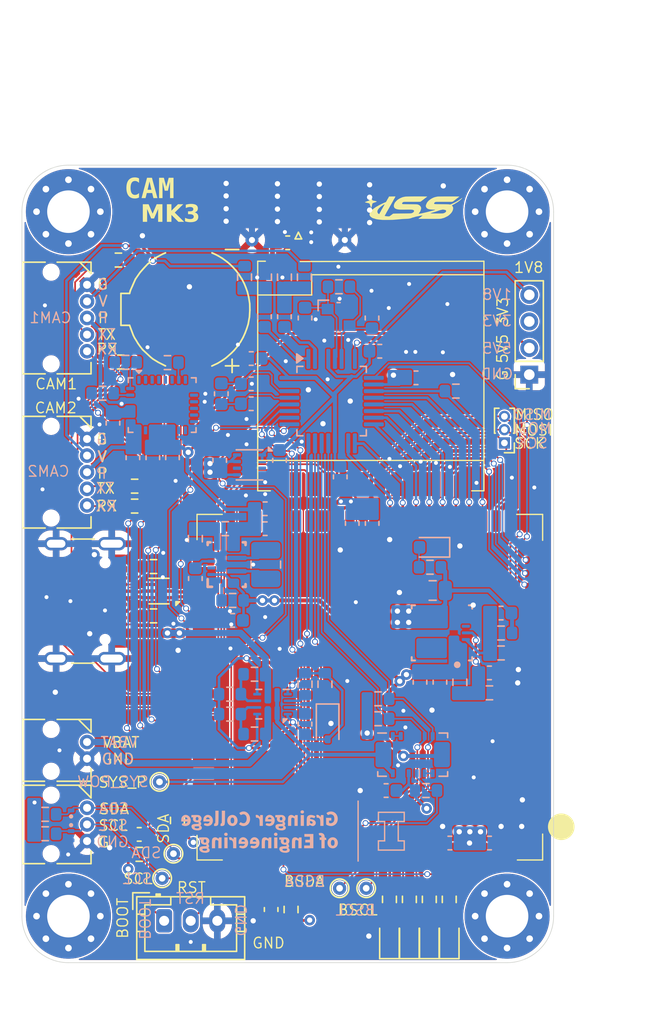
<source format=kicad_pcb>
(kicad_pcb (version 20241229) (generator "pcbnew") (generator_version "9.0")
  (title_block (title "CAM MK3") (date "2026-01-24") (rev "B") (company "Illinois Space Society") (comment 4 "Contributors: Rohan Das, Eddie Tang"))
  (layers (0 "F.Cu" signal) (4 "In1.Cu" signal) (6 "In2.Cu" signal) (2 "B.Cu" signal) (13 "F.Paste" user) (15 "B.Paste" user) (5 "F.SilkS" user "F.Silkscreen") (7 "B.SilkS" user "B.Silkscreen") (1 "F.Mask" user) (3 "B.Mask" user) (25 "Edge.Cuts" user))
  (net 0 "")
  (net 1 "GND")
  (net 2 "/BUZZER")
  (net 3 "+3V3")
  (net 4 "+1V8")
  (net 5 "Net-(U102-AIP1B)")
  (net 6 "Net-(C101-Pad1)")
  (net 7 "Net-(U102-XTAL2)")
  (net 8 "Net-(U102-XTAL1{slash}OSC)")
  (net 9 "Net-(U102-REFP)")
  (net 10 "Net-(U102-REFM)")
  (net 11 "Net-(U102-AIP1A)")
  (net 12 "Net-(C106-Pad1)")
  (net 13 "Net-(J106-In)")
  (net 14 "/Si4463_EN")
  (net 15 "/BOOT_SW")
  (net 16 "+5V5")
  (net 17 "/VREG_IN")
  (net 18 "Net-(U201-VAUX)")
  (net 19 "Net-(U202-EN)")
  (net 20 "Net-(U202-FB)")
  (net 21 "/Power/PMUX_GND")
  (net 22 "Net-(D103-A)")
  (net 23 "/RESET_SW")
  (net 24 "/CAM_2_POW")
  (net 25 "/CAM_1_POW")
  (net 26 "/SDA")
  (net 27 "/SCL")
  (net 28 "Net-(U203-SS)")
  (net 29 "Net-(D104-A)")
  (net 30 "Net-(D105-A)")
  (net 31 "Net-(D102-A)")
  (net 32 "Net-(D202-A)")
  (net 70 "/USB_POWER")
  (net 71 "Net-(J101-CC1)")
  (net 72 "/D+")
  (net 73 "/D-")
  (net 74 "Net-(J101-CC2)")
  (net 76 "/VBAT")
  (net 77 "Net-(J104-Pin_5)")
  (net 78 "/VIDEO_1")
  (net 79 "Net-(J104-Pin_4)")
  (net 80 "/VIDEO_2")
  (net 81 "Net-(J107-Pin_5)")
  (net 82 "Net-(J107-Pin_4)")
  (net 83 "/SPI_MOSI")
  (net 84 "/SPI_SCK")
  (net 85 "/SPI_MISO")
  (net 86 "Net-(U201-L2)")
  (net 87 "Net-(U201-L1)")
  (net 88 "Net-(U101-GPIO36)")
  (net 89 "/YOUT7")
  (net 90 "Net-(U105-EN1)")
  (net 91 "Net-(U105-EN2)")
  (net 92 "Net-(U105-CL)")
  (net 93 "/ON_OFF_1")
  (net 94 "Net-(U201-EN)")
  (net 95 "/SENSE_ALERT")
  (net 96 "/BOARD_SDA")
  (net 97 "/BOARD_SCL")
  (net 98 "Net-(U203-OV1)")
  (net 99 "Net-(U203-OV2)")
  (net 100 "/RX_1")
  (net 101 "/TX_1")
  (net 102 "/RX_2")
  (net 103 "/TX_2")
  (net 104 "Net-(U201-FB)")
  (net 105 "/LED_RED")
  (net 106 "/LED_ORANGE")
  (net 107 "/LED_GREEN")
  (net 108 "/LED_BLUE")
  (net 109 "/ON_OFF_2")
  (net 110 "Net-(U203-ILM)")
  (net 112 "/SYS_POWER")
  (net 113 "/AVID")
  (net 114 "/RESET_VD")
  (net 115 "/HSYNC")
  (net 116 "/PDN")
  (net 117 "/YOUT2")
  (net 118 "/YOUT4")
  (net 119 "/VSYNC")
  (net 120 "/FID{slash}GLCO")
  (net 121 "/YOUT3")
  (net 122 "/SCLK")
  (net 123 "/YOUT5")
  (net 124 "/YOUT6")
  (net 125 "/YOUT0")
  (net 126 "/GPCL{slash}VBLK")
  (net 127 "/YOUT1")
  (net 132 "/Si4463_GPIO0")
  (net 137 "/Si4463_CS")
  (net 140 "/Si4463_nIRQ")
  (net 144 "/USB_D+")
  (net 145 "/Si4463_ANT")
  (net 152 "/USB_D-")
  (net 159 "/Si4463_GPIO1")
  (net 171 "Net-(U106-IN-)")
  (net 172 "Net-(U106-IN+)")
  (footprint "Capacitor_SMD:C_0603_1608Metric" (layer "F.Cu") (at 138.825 120.35 180)
    (property "Reference" "C111" (hide yes))
    (property "Value" "100nF")
  )
  (footprint "Resistor_SMD:R_0603_1608Metric" (layer "F.Cu") (at 139.9 100.2 180)
    (property "Reference" "R112" (hide yes))
    (property "Value" "5.1k")
  )
  (footprint "Resistor_SMD:R_0603_1608Metric" (layer "F.Cu") (at 160.65 125.2375 -90)
    (property "Reference" "R123" (hide yes))
    (property "Value" "470" (hide yes))
  )
  (footprint "Connector_Molex_Micro-Lock-Plus:Molex_Micro-Lock_2200980571_1x05_P1.25mm_Horizontal" (layer "F.Cu") (at 132.65 81.5 -90)
    (property "Reference" "J104" (hide yes))
    (property "Value" "Conn_01x05" (hide yes))
  )
  (footprint "Connector_USB:USB_C_Receptacle_GCT_USB4105-xx-A_16P_TopMnt_Horizontal" (layer "F.Cu") (at 133.65 102.8 -90)
    (property "Reference" "J101" (hide yes))
    (property "Value" "USB4105-GF-A" (hide yes))
  )
  (footprint "Package_DFN_QFN:ST_UQFN-6L_1.5x1.7mm_P0.5mm" (layer "F.Cu") (at 140.3125 102.0425 180)
    (property "Reference" "U104" (hide yes))
    (property "Value" "ECMF02-2AMX6" (hide yes))
  )
  (footprint "Connector_Molex_Micro-Lock-Plus:Molex_Micro-Lock_2200980271_1x02_P1.25mm_Horizontal" (layer "F.Cu") (at 132.9 114.025 -90)
    (property "Reference" "J102" (hide yes))
    (property "Value" "2200980271" (hide yes))
  )
  (footprint "Resistor_SMD:R_0603_1608Metric" (layer "F.Cu") (at 139.9 103.91 180)
    (property "Reference" "R113" (hide yes))
    (property "Value" "5.1k")
  )
  (footprint "Connector_PinSocket_2.00mm:PinSocket_1x04_P2.00mm_Vertical" (layer "F.Cu") (at 168.17 85.76 180)
    (property "Reference" "J111" (hide yes))
    (property "Value" "Conn_01x04")
  )
  (footprint "TestPoint:TestPoint_THTPad_D1.0mm_Drill0.5mm" (layer "F.Cu") (at 140.35 116.4 -90)
    (property "Reference" "TP201" (hide yes))
    (property "Value" "TestPoint" (hide yes))
  )
  (footprint "Resistor_SMD:R_0603_1608Metric" (layer "F.Cu") (at 141.7 119.3 -90)
    (property "Reference" "R106" (hide yes))
    (property "Value" "10K")
  )
  (footprint "LED_SMD:LED_0603_1608Metric" (layer "F.Cu") (at 157.65 128.2125 90)
    (property "Reference" "D102" (hide yes))
    (property "Value" "RED LED" (hide yes))
  )
  (footprint "Resistor_SMD:R_0603_1608Metric" (layer "F.Cu") (at 138.4808 95.65)
    (property "Reference" "R118" (hide yes))
    (property "Value" "220")
  )
  (footprint "Resistor_SMD:R_0603_1608Metric" (layer "F.Cu") (at 137.4394 84.8106)
    (property "Reference" "R116" (hide yes))
    (property "Value" "220")
  )
  (footprint "Connector_Molex_Micro-Lock-Plus:Molex_Micro-Lock_2200980371_1x03_P1.25mm_Horizontal" (layer "F.Cu") (at 132.9 119.6 -90)
    (property "Reference" "J105" (hide yes))
    (property "Value" "Conn_01x03" (hide yes))
  )
  (footprint "MountingHole:MountingHole_3.2mm_M3_Pad_Via" (layer "F.Cu") (at 133.5 126.5)
    (property "Reference" "H103" (hide yes))
    (property "Value" "MountingHole")
  )
  (footprint "LED_SMD:LED_0603_1608Metric" (layer "F.Cu") (at 159.15 128.2125 90)
    (property "Reference" "D103" (hide yes))
    (property "Value" "ORANGE LED" (hide yes))
  )
  (footprint "Resistor_SMD:R_0603_1608Metric" (layer "F.Cu") (at 157.65 125.2375 -90)
    (property "Reference" "R121" (hide yes))
    (property "Value" "470" (hide yes))
  )
  (footprint "LED_SMD:LED_0603_1608Metric" (layer "F.Cu") (at 160.65 128.2125 90)
    (property "Reference" "D104" (hide yes))
    (property "Value" "GREEN LED" (hide yes))
  )
  (footprint "Connector_JST:JST_PH_B3B-PH-K_1x03_P2.00mm_Vertical" (layer "F.Cu") (at 140.7 126.85)
    (property "Reference" "J108" (hide yes))
    (property "Value" "Conn_01x03" (hide yes))
  )
  (footprint "MCU_ESP32:ESP32-P4-Module" (layer "F.Cu") (at 156.175 109.275 180)
    (property "Reference" "U101" (hide yes))
    (property "Value" "ESP32-P4-Module" (hide yes))
  )
  (footprint "Resistor_SMD:R_0603_1608Metric" (layer "F.Cu") (at 159.15 125.2375 -90)
    (property "Reference" "R122" (hide yes))
    (property "Value" "470" (hide yes))
  )
  (footprint "Resistor_SMD:R_0603_1608Metric" (layer "F.Cu") (at 138.825 121.85 180)
    (property "Reference" "R107" (hide yes))
    (property "Value" "10K")
  )
  (footprint "Connector_PinHeader_1.00mm:PinHeader_1x03_P1.00mm_Vertical" (layer "F.Cu") (at 166.3 90.9 180)
    (property "Reference" "J103" (hide yes))
    (property "Value" "Conn_01x03" (hide yes))
  )
  (footprint "TestPoint:TestPoint_THTPad_D1.0mm_Drill0.5mm" (layer "F.Cu") (at 140.55 123.65 -90)
    (property "Reference" "TP101" (hide yes))
    (property "Value" "TestPoint" (hide yes))
  )
  (footprint "MountingHole:MountingHole_3.2mm_M3_Pad_Via" (layer "F.Cu") (at 166.5 73.5)
    (property "Reference" "H102" (hide yes))
    (property "Value" "MountingHole")
  )
  (footprint "MountingHole:MountingHole_3.2mm_M3_Pad_Via" (layer "F.Cu") (at 133.5 73.5)
    (property "Reference" "H101" (hide yes))
    (property "Value" "MountingHole")
  )
  (footprint "Connector_Coaxial:SMA_Molex_73251-2120_EdgeMount_Horizontal" (layer "F.Cu") (at 150.8 72.65 90)
    (property "Reference" "J106" (hide yes))
    (property "Value" "SMA" (hide yes))
  )
  (footprint "TestPoint:TestPoint_THTPad_D1.0mm_Drill0.5mm" (layer "F.Cu") (at 141.4 121.8 -90)
    (property "Reference" "TP102" (hide yes))
    (property "Value" "TestPoint" (hide yes))
  )
  (footprint "LED_SMD:LED_0603_1608Metric" (layer "F.Cu") (at 162.15 128.2125 90)
    (property "Reference" "D105" (hide yes))
    (property "Value" "BLUE LED" (hide yes))
  )
  (footprint "Resistor_SMD:R_0603_1608Metric" (layer "F.Cu") (at 138.4808 94.15)
    (property "Reference" "R119" (hide yes))
    (property "Value" "220")
  )
  (footprint "TestPoint:TestPoint_THTPad_D1.0mm_Drill0.5mm" (layer "F.Cu") (at 153.9 124.4 -90)
    (property "Reference" "TP104" (hide yes))
    (property "Value" "TestPoint" (hide yes))
  )
  (footprint "Resistor_SMD:R_0603_1608Metric" (layer "F.Cu") (at 137.2616 77.1398)
    (property "Reference" "R117" (hide yes))
    (property "Value" "220")
  )
  (footprint "RF_Module_NiceRF:RF4463PRO" (layer "F.Cu") (at 156.515 85.325 90)
    (property "Reference" "U103" (hide yes))
    (property "Value" "RF4463PRO" (hide yes))
  )
  (footprint "Logos_ISS:ISS_LOGO_even more extreme small" (layer "F.Cu") (at 159.7 73.3)
    (property "Reference" "G***" (hide yes))
    (property "Value" "LOGO" (hide yes))
  )
  (footprint "Resistor_SMD:R_0603_1608Metric" (layer "F.Cu") (at 150.25 126 -90)
    (property "Reference" "R126" (hide yes))
    (property "Value" "20k")
  )
  (footprint "Capacitor_SMD:C_0603_1608Metric" (layer "F.Cu") (at 149.99694 75.839525 180)
    (property "Reference" "C122" (hide yes))
    (property "Value" "100pF" (hide yes))
  )
  (footprint "MountingHole:MountingHole_3.2mm_M3_Pad_Via" (layer "F.Cu") (at 166.5 126.5)
    (property "Reference" "H104" (hide yes))
    (property "Value" "MountingHole")
  )
  (footprint "Connector_Molex_Micro-Lock-Plus:Molex_Micro-Lock_2200980571_1x05_P1.25mm_Horizontal" (layer "F.Cu") (at 132.65 93.1 -90)
    (property "Reference" "J107" (hide yes))
    (property "Value" "Conn_01x05" (hide yes))
  )
  (footprint "TestPoint:TestPoint_THTPad_D1.0mm_Drill0.5mm" (layer "F.Cu") (at 155.9 124.4 -90)
    (property "Reference" "TP103" (hide yes))
    (property "Value" "TestPoint" (hide yes))
  )
  (footprint "Capacitor_SMD:C_0603_1608Metric" (layer "F.Cu") (at 148.75 126 -90)
    (property "Reference" "C123" (hide yes))
    (property "Value" "1uF")
  )
  (footprint "Buzzer:Buzzer_SMTB-0927-TW-R" (layer "F.Cu") (at 142.55 80.85 180)
    (property "Reference" "BZ101" (hide yes))
    (property "Value" "Buzzer" (hide yes))
  )
  (footprint "Resistor_SMD:R_0603_1608Metric" (layer "F.Cu") (at 162.15 125.2375 -90)
    (property "Reference" "R124" (hide yes))
    (property "Value" "470" (hide yes))
  )
  (footprint "Resistor_SMD:R_0603_1608Metric" (layer "B.Cu") (at 162.95 108.9 -90)
    (property "Reference" "R202" (hide yes))
    (property "Value" "22.1k")
  )
  (footprint "LED_SMD:LED_0603_1608Metric" (layer "B.Cu") (at 160.7 98.75 180)
    (property "Reference" "D202" (hide yes))
    (property "Value" "RED LED" (hide yes))
  )
  (footprint "Capacitor_SMD:C_0603_1608Metric" (layer "B.Cu") (at 145.85 104.25 180)
    (property "Reference" "C202" (hide yes))
    (property "Value" "10uF")
  )
  (footprint "Resistor_SMD:R_0603_1608Metric" (layer "B.Cu") (at 143.05 98.1 -90)
    (property "Reference" "R210" (hide yes))
    (property "Value" "100k")
  )
  (footprint "Inductor_SMD:L_1008_2520Metric" (layer "B.Cu") (at 148.35 100.05 90)
    (property "Reference" "L201" (hide yes))
    (property "Value" "1.5uH" (hide yes))
  )
  (footprint "Capacitor_SMD:C_0603_1608Metric" (layer "B.Cu") (at 149.380442 92.208514 -90)
    (property "Reference" "C212" (hide yes))
    (property "Value" "1uF" (hide yes))
  )
  (footprint "Capacitor_SMD:C_0603_1608Metric" (layer "B.Cu") (at 143.05 101.1 -90)
    (property "Reference" "C204" (hide yes))
    (property "Value" "100nF")
  )
  (footprint "Capacitor_SMD:C_0603_1608Metric" (layer "B.Cu") (at 138.35 92.0075 -90)
    (property "Reference" "C119" (hide yes))
    (property "Value" "22nF" (hide yes))
  )
  (footprint "Resistor_SMD:R_0603_1608Metric" (layer "B.Cu") (at 145.65 109.8 180)
    (property "Reference" "R205" (hide yes))
    (property "Value" "5.1k")
  )
  (footprint "Capacitor_SMD:C_0603_1608Metric" (layer "B.Cu") (at 166.05 103.7 180)
    (property "Reference" "C206" (hide yes))
    (property "Value" "22pF")
  )
  (footprint "Resistor_SMD:R_0603_1608Metric" (layer "B.Cu") (at 166.05 105.2 180)
    (property "Reference" "R211" (hide yes))
    (property "Value" "135k")
  )
  (footprint "Capacitor_SMD:C_0603_1608Metric" (layer "B.Cu") (at 151.3 81.5 90)
    (property "Reference" "C103" (hide yes))
    (property "Value" "19pF" (hide yes))
  )
  (footprint "Capacitor_SMD:C_0603_1608Metric" (layer "B.Cu") (at 147.25 86.45 180)
    (property "Reference" "C105" (hide yes))
    (property "Value" "1uF")
  )
  (footprint "Resistor_SMD:R_0603_1608Metric" (layer "B.Cu") (at 165.175 109.7)
    (property "Reference" "R203" (hide yes))
    (property "Value" "10k")
  )
  (footprint "Resistor_SMD:R_0603_1608Metric" (layer "B.Cu") (at 140.95 84.8575 180)
    (property "Reference" "R111" (hide yes))
    (property "Value" "680")
  )
  (footprint "Capacitor_SMD:C_0603_1608Metric" (layer "B.Cu") (at 156.925 84 180)
    (property "Reference" "C114" (hide yes))
    (property "Value" "100nF")
  )
  (footprint "Capacitor_SMD:C_0603_1608Metric" (layer "B.Cu") (at 144.880442 92.208514 90)
    (property "Reference" "C211" (hide yes))
    (property "Value" "1uF" (hide yes))
  )
  (footprint "Resistor_SMD:R_0603_1608Metric" (layer "B.Cu") (at 151.25 78.430372 -90)
    (property "Reference" "R102" (hide yes))
    (property "Value" "37.4")
  )
  (footprint "Resistor_SMD:R_0603_1608Metric" (layer "B.Cu") (at 148.25 78.430372 -90)
    (property "Reference" "R103" (hide yes))
    (property "Value" "37.4")
  )
  (footprint "Capacitor_SMD:C_0603_1608Metric" (layer "B.Cu") (at 156.35 96.95 -90)
    (property "Reference" "C116" (hide yes))
    (property "Value" "100nF" (hide yes))
  )
  (footprint "Resistor_SMD:R_0603_1608Metric" (layer "B.Cu") (at 160.7 100.25 180)
    (property "Reference" "R214" (hide yes))
    (property "Value" "470")
  )
  (footprint "Capacitor_SMD:C_0603_1608Metric" (layer "B.Cu") (at 159.95 108.9 -90)
    (property "Reference" "C201" (hide yes))
    (property "Value" "10uF")
  )
  (footprint "Resistor_SMD:R_0603_1608Metric" (layer "B.Cu") (at 147.5 108.3 180)
    (property "Reference" "R204" (hide yes))
    (property "Value" "19.6k")
  )
  (footprint "Package_WQFN:WQFN-RLH0028A" (layer "B.Cu") (at 140.55 88.05 -90)
    (property "Reference" "U105" (hide yes))
    (property "Value" "TPS274160B" (hide yes))
  )
  (footprint "Resistor_SMD:R_0603_1608Metric" (layer "B.Cu") (at 136.075 87.1575)
    (property "Reference" "R109" (hide yes))
    (property "Value" "10k")
  )
  (footprint "Package_QFN:QFN-FCMOD-RDX0007A" (layer "B.Cu") (at 161.5 105.187499 90)
    (property "Reference" "U202" (hide yes))
    (property "Value" "TPSM863252" (hide yes))
  )
  (footprint "Capacitor_SMD:C_0603_1608Metric" (layer "B.Cu") (at 157.400001 117.05 180)
    (property "Reference" "C121" (hide yes))
    (property "Value" "100nF" (hide yes))
  )
  (footprint "Resistor_SMD:R_0603_1608Metric" (layer "B.Cu") (at 146.75 78.425 -90)
    (property "Reference" "R104" (hide yes))
    (property "Value" "37.4")
  )
  (footprint "memes:Grainger_smaller" (layer "B.Cu") (at 151.420035 119.791482)
    (property "Reference" "G***" (hide yes))
    (property "Value" "LOGO" (hide yes))
  )
  (footprint "Capacitor_SMD:C_0603_1608Metric" (layer "B.Cu") (at 136.85 89.4075 -90)
    (property "Reference" "C120" (hide yes))
    (property "Value" "22nF")
  )
  (footprint "Package_SON:Texas_DPY0002A_0.6x1mm_P0.65mm" (layer "B.Cu") (at 133.7 118.2 90)
    (property "Reference" "D101" (hide yes))
    (property "Value" "ESD321")
  )
  (footprint "Resistor_SMD:R_0603_1608Metric" (layer "B.Cu") (at 137.8072 84.836)
    (property "Reference" "R110" (hide yes))
    (property "Value" "10k")
  )
  (footprint "Resistor_SMD:R_0603_1608Metric" (layer "B.Cu") (at 145.65 111.3 180)
    (property "Reference" "R207" (hide yes))
    (property "Value" "5.1k")
  )
  (footprint "Diode_SMD:D_SOD-323" (layer "B.Cu") (at 153 112.15 -90)
    (property "Reference" "D201" (hide yes))
    (property "Value" "BAS416" (hide yes))
  )
  (footprint "Capacitor_SMD:C_0603_1608Metric" (layer "B.Cu") (at 145 87.2 90)
    (property "Reference" "C107" (hide yes))
    (property "Value" "1uF")
  )
  (footprint "Package_SON:Texas_DSG0008A_WSON-8-1EP_2x2mm_P0.5mm_EP0.9x1.6mm" (layer "B.Cu") (at 147.125001 92.55 180)
    (property "Reference" "U204" (hide yes))
    (property "Value" "TPS7A21-Q1" (hide yes))
  )
  (footprint "Capacitor_SMD:C_0603_1608Metric" (layer "B.Cu") (at 153.95 93.45 90)
    (property "Reference" "C109" (hide yes))
    (property "Value" "100nF")
  )
  (footprint "Capacitor_SMD:C_0603_1608Metric" (layer "B.Cu") (at 139.85 92.0075 -90)
    (property "Reference" "C117" (hide yes))
    (property "Value" "100nF")
  )
  (footprint "Resistor_SMD:R_0603_1608Metric" (layer "B.Cu") (at 147.5 112.8 180)
    (property "Reference" "R206" (hide yes))
    (property "Value" "39k")
  )
  (footprint "Crystal:Crystal_SMD_Abracon_ABM10-4Pin_2.5x2.0mm" (layer "B.Cu") (at 153.825 81.45 -90)
    (property "Reference" "Y101" (hide yes))
    (property "Value" "ABM10" (hide yes))
  )
  (footprint "Resistor_SMD:R_0603_1608Metric" (layer "B.Cu") (at 131.75 120.3)
    (property "Reference" "R127" (hide yes))
    (property "Value" "2.2k")
  )
  (footprint "Capacitor_SMD:C_0603_1608Metric" (layer "B.Cu") (at 162.2 121 180)
    (property "Reference" "C110" (hide yes))
    (property "Value" "100nF")
  )
  (footprint "Capacitor_SMD:C_0603_1608Metric" (layer "B.Cu") (at 147.25 87.95 180)
    (property "Reference" "C104" (hide yes))
    (property "Value" "1uF")
  )
  (footprint "Capacitor_SMD:C_0603_1608Metric" (layer "B.Cu") (at 148.3 95.85)
    (property "Reference" "C207" (hide yes))
    (property "Value" "47uF")
  )
  (footprint "Resistor_SMD:R_0603_1608Metric" (layer "B.Cu") (at 166.05 106.7)
    (property "Reference" "R212" (hide yes))
    (property "Value" "30k")
  )
  (footprint "Capacitor_SMD:C_0603_1608Metric" (layer "B.Cu") (at 154.85 96.95 -90)
    (property "Reference" "C115" (hide yes))
    (property "Value" "1uF")
  )
  (footprint "Package_VQFN:VQFN-RNM0015A" (layer "B.Cu") (at 145.4 100.05)
    (property "Reference" "U201" (hide yes))
    (property "Value" "TPS63070" (hide yes))
  )
  (footprint "Resistor_SMD:R_0603_1608Metric" (layer "B.Cu") (at 149.75 78.430372 -90)
    (property "Reference" "R101" (hide yes))
    (property "Value" "37.4")
  )
  (footprint "Capacitor_SMD:C_0603_1608Metric" (layer "B.Cu") (at 165.175 108.2)
    (property "Reference" "C205" (hide yes))
    (property "Value" "10nF")
  )
  (footprint "Resistor_SMD:R_0603_1608Metric" (layer "B.Cu") (at 153.85 79.15)
    (property "Reference" "R105" (hide yes))
    (property "Value" "100k")
  )
  (footprint "Resistor_SMD:R_0603_1608Metric" (layer "B.Cu") (at 162.65 87 180)
    (property "Reference" "R108" (hide yes))
    (property "Value" "10k")
  )
  (footprint "Package_QFP:LQFP-32_5x5mm_P0.5mm" (layer "B.Cu") (at 153.3 87.75 -90)
    (property "Reference" "U102" (hide yes))
    (property "Value" "TVP5151")
  )
  (footprint "Package_DFN_QFN:Texas_VQFN-HR-12_2x2.5mm_P0.5mm" (layer "B.Cu") (at 148.85 110.55 90)
    (property "Reference" "U203" (hide yes))
    (property "Value" "TPS2121" (hide yes))
  )
  (footprint "Package_VQFN:VQFN-REL0014B" (layer "B.Cu") (at 159.4 114.35 -90)
    (property "Reference" "U106" (hide yes))
    (property "Value" "INA745x" (hide yes))
  )
  (footprint "Resistor_SMD:R_0603_1608Metric" (layer "B.Cu") (at 156.8 110.15)
    (property "Reference" "R115" (hide yes))
    (property "Value" "4.7k")
  )
  (footprint "Capacitor_SMD:C_0603_1608Metric" (layer "B.Cu") (at 151.3 112.05 90)
    (property "Reference" "C210" (hide yes))
    (property "Value" "1uF")
  )
  (footprint "Capacitor_SMD:C_0805_2012Metric" (layer "B.Cu") (at 160.9 102 180)
    (property "Reference" "C209" (hide yes))
    (property "Value" "33uF" (hide yes))
  )
  (footprint "Resistor_SMD:R_0603_1608Metric" (layer "B.Cu") (at 131.75 118.840122 180)
    (property "Reference" "R125" (hide yes))
    (property "Value" "2.2k")
  )
  (footprint "Resistor_SMD:R_0603_1608Metric" (layer "B.Cu") (at 160.400001 117.05)
    (property "Reference" "R120" (hide yes))
    (property "Value" "10k")
  )
  (footprint "Resistor_SMD:R_0603_1608Metric" (layer "B.Cu") (at 145.85 102.75 180)
    (property "Reference" "R201" (hide yes))
    (property "Value" "10k")
  )
  (footprint "Capacitor_SMD:C_0603_1608Metric" (layer "B.Cu") (at 161.45 108.9 -90)
    (property "Reference" "C203" (hide yes))
    (property "Value" "100nF" (hide yes))
  )
  (footprint "Capacitor_SMD:C_0603_1608Metric" (layer "B.Cu") (at 149.75 81.4 -90)
    (property "Reference" "C101" (hide yes))
    (property "Value" "100nF")
  )
  (footprint "Package_SON:Texas_DPY0002A_0.6x1mm_P0.65mm" (layer "B.Cu") (at 133.7 120.45 -90)
    (property "Reference" "D106" (hide yes))
    (property "Value" "ESD321")
  )
  (footprint "Capacitor_SMD:C_0603_1608Metric" (layer "B.Cu") (at 165.175 121)
    (property "Reference" "C113" (hide yes))
    (property "Value" "22uF")
  )
  (footprint "Resistor_SMD:R_0603_1608Metric" (layer "B.Cu") (at 145.3 97.35 180)
    (property "Reference" "R209" (hide yes))
    (property "Value" "590k")
  )
  (footprint "Capacitor_SMD:C_0603_1608Metric" (layer "B.Cu") (at 159.65 86)
    (property "Reference" "C108" (hide yes))
    (property "Value" "100nF")
  )
  (footprint "Capacitor_SMD:C_0603_1608Metric" (layer "B.Cu") (at 148.25 81.396917 -90)
    (property "Reference" "C106" (hide yes))
    (property "Value" "100nF")
  )
  (footprint "Capacitor_SMD:C_0603_1608Metric" (layer "B.Cu") (at 141.329349 92.0075 -90)
    (property "Reference" "C118" (hide yes))
    (property "Value" "100nF")
  )
  (footprint "Resistor_SMD:R_0603_1608Metric" (layer "B.Cu") (at 152.8 109.05 -90)
    (property "Reference" "R208" (hide yes))
    (property "Value" "0" (hide yes))
  )
  (footprint "Capacitor_SMD:C_0603_1608Metric" (layer "B.Cu") (at 156.34022 81.5 -90)
    (property "Reference" "C102" (hide yes))
    (property "Value" "19pF" (hide yes))
  )
  (footprint "Resistor_SMD:R_0603_1608Metric" (layer "B.Cu") (at 151.3 109.05 -90)
    (property "Reference" "R213" (hide yes))
    (property "Value" "21.5k")
  )
  (footprint "Capacitor_SMD:C_0603_1608Metric" (layer "B.Cu") (at 147.25 84.55)
    (property "Reference" "C112" (hide yes))
    (property "Value" "100nF")
  )
  (footprint "Capacitor_SMD:C_0603_1608Metric" (layer "B.Cu") (at 148.3 97.35)
    (property "Reference" "C208" (hide yes))
    (property "Value" "10uF")
  )
  (footprint "Resistor_SMD:R_0603_1608Metric" (layer "B.Cu") (at 156.8 111.65)
    (property "Reference" "R114" (hide yes))
    (property "Value" "4.7k")
  )
  (gr_line (start 170 73.5) (end 170 126.5) (stroke (width 0.05)) (layer "Edge.Cuts"))
  (gr_arc (start 170 126.5) (mid 168.974874 128.974874) (end 166.5 130) (stroke (width 0.05)) (layer "Edge.Cuts"))
  (gr_arc (start 130 73.5) (mid 131.025126 71.025126) (end 133.5 70) (stroke (width 0.05)) (layer "Edge.Cuts"))
  (gr_arc (start 166.5 70) (mid 168.974874 71.025126) (end 170 73.5) (stroke (width 0.05)) (layer "Edge.Cuts"))
  (gr_line (start 133.5 70) (end 166.5 70) (stroke (width 0.05)) (layer "Edge.Cuts"))
  (gr_line (start 166.5 130) (end 133.5 130) (stroke (width 0.05)) (layer "Edge.Cuts"))
  (gr_arc (start 133.5 130) (mid 131.025126 128.974874) (end 130 126.5) (stroke (width 0.05)) (layer "Edge.Cuts"))
  (gr_line (start 130 126.5) (end 130 73.5) (stroke (width 0.05)) (layer "Edge.Cuts"))
  (gr_text "SYS_P" (at 135.7 116.9 0) (layer "F.SilkS") (effects (font (size 0.8 0.8) (thickness 0.1)) (justify left bottom)))
  (gr_text "BSDA" (at 149.65 124.35 0) (layer "F.SilkS") (effects (font (size 0.8 0.8) (thickness 0.1)) (justify left bottom)))
  (gr_text "G" (at 135.5598 91.0844 0) (layer "F.SilkS") (effects (font (size 0.8 0.8) (thickness 0.1)) (justify left bottom)))
  (gr_text "CAM\n" (at 139.5984 71.8566 0) (layer "F.SilkS") (effects (font (size 1.5 1.5) (thickness 0.3) (bold yes))))
  (gr_text "G" (at 135.6106 79.4258 0) (layer "F.SilkS") (effects (font (size 0.8 0.8) (thickness 0.1)) (justify left bottom)))
  (gr_text "CAM2" (at 130.9 88.73 0) (layer "F.SilkS") (effects (font (size 0.8 0.8) (thickness 0.1)) (justify left bottom)))
  (gr_text "SDA" (at 135.75 118.9 0) (layer "F.SilkS") (effects (font (size 0.8 0.8) (thickness 0.1)) (justify left bottom)))
  (gr_text "BSCL" (at 153.7 126.5 0) (layer "F.SilkS") (effects (font (size 0.8 0.8) (thickness 0.1)) (justify left bottom)))
  (gr_text "P" (at 135.6 93.65 0) (layer "F.SilkS") (effects (font (size 0.8 0.8) (thickness 0.1)) (justify left bottom)))
  (gr_text "GND" (at 135.95 115.15 0) (layer "F.SilkS") (effects (font (size 0.8 0.8) (thickness 0.1)) (justify left bottom)))
  (gr_text "G" (at 135.7 121.4 0) (layer "F.SilkS") (effects (font (size 0.8 0.8) (thickness 0.1)) (justify left bottom)))
  (gr_text "RX" (at 135.5598 84.3026 0) (layer "F.SilkS") (effects (font (size 0.8 0.8) (thickness 0.1)) (justify left bottom)))
  (gr_text "RX" (at 135.5344 96.1136 0) (layer "F.SilkS") (effects (font (size 0.8 0.8) (thickness 0.1)) (justify left bottom)))
  (gr_text "BOOT" (at 138.05 128.26 90) (layer "F.SilkS") (effects (font (size 0.8 0.8) (thickness 0.1)) (justify left bottom)))
  (gr_text "SDA" (at 141.12 121.11 90) (layer "F.SilkS") (effects (font (size 0.8 0.8) (thickness 0.1)) (justify left bottom)))
  (gr_text "SCL" (at 137.5664 124.1552 0) (layer "F.SilkS") (effects (font (size 0.8 0.8) (thickness 0.1)) (justify left bottom)))
  (gr_text "V" (at 135.65 92.4 0) (layer "F.SilkS") (effects (font (size 0.8 0.8) (thickness 0.1)) (justify left bottom)))
  (gr_text "1V8" (at 166.96 78.17 0) (layer "F.SilkS") (effects (font (size 0.8 0.8) (thickness 0.1)) (justify left bottom)))
  (gr_text "MISO" (at 167.045 89.2275 0) (layer "F.SilkS") (effects (font (size 0.8 0.8) (thickness 0.1)) (justify left bottom)))
  (gr_text "P" (at 135.65 81.95 0) (layer "F.SilkS") (effects (font (size 0.8 0.8) (thickness 0.1)) (justify left bottom)))
  (gr_text "GND" (at 147.27 128.99 0) (layer "F.SilkS") (effects (font (size 0.8 0.8) (thickness 0.1)) (justify left bottom)))
  (gr_text "RST" (at 141.6 124.8156 0) (layer "F.SilkS") (effects (font (size 0.8 0.8) (thickness 0.1)) (justify left bottom)))
  (gr_text "5V5" (at 166.62 84.98 90) (layer "F.SilkS") (effects (font (size 0.8 0.8) (thickness 0.1)) (justify left bottom)))
  (gr_text "TX" (at 135.63 83.21 0) (layer "F.SilkS") (effects (font (size 0.8 0.8) (thickness 0.1)) (justify left bottom)))
  (gr_text "TX" (at 135.5544 94.7928 0) (layer "F.SilkS") (effects (font (size 0.8 0.8) (thickness 0.1)) (justify left bottom)))
  (gr_text "3V3" (at 166.64 82.19 90) (layer "F.SilkS") (effects (font (size 0.8 0.8) (thickness 0.1)) (justify left bottom)))
  (gr_text "CAM1" (at 130.94 86.93 0) (layer "F.SilkS") (effects (font (size 0.8 0.8) (thickness 0.1)) (justify left bottom)))
  (gr_text "V" (at 135.7 80.7 0) (layer "F.SilkS") (effects (font (size 0.8 0.8) (thickness 0.1)) (justify left bottom)))
  (gr_text "VBAT" (at 136 113.9 0) (layer "F.SilkS") (effects (font (size 0.8 0.8) (thickness 0.1)) (justify left bottom)))
  (gr_text "MK3" (at 138.9284 74.4866 0) (layer "F.SilkS") (effects (font (size 1.3 1.3) (thickness 0.25) (bold yes)) (justify left bottom)))
  (gr_text "SCK" (at 166.97 91.4 0) (layer "F.SilkS") (effects (font (size 0.8 0.8) (thickness 0.1)) (justify left bottom)))
  (gr_text "MOSI" (at 166.99 90.41 0) (layer "F.SilkS") (effects (font (size 0.8 0.8) (thickness 0.1)) (justify left bottom)))
  (gr_text "SCL" (at 135.7 120.15 0) (layer "F.SilkS") (effects (font (size 0.8 0.8) (thickness 0.1)) (justify left bottom)))
  (gr_text "G" (at 166.62 86.27 90) (layer "F.SilkS") (effects (font (size 0.8 0.8) (thickness 0.1)) (justify left bottom)))
  (gr_text "V" (at 136.5 80.7 0) (layer "B.SilkS") (effects (font (size 0.8 0.8) (thickness 0.1)) (justify left bottom mirror)))
  (gr_text "BOOT" (at 138.75 128.34 270) (layer "B.SilkS") (effects (font (size 0.8 0.8) (thickness 0.1)) (justify left bottom mirror)))
  (gr_text "RX" (at 137.18 96.13 0) (layer "B.SilkS") (effects (font (size 0.8 0.8) (thickness 0.1)) (justify left bottom mirror)))
  (gr_text "RST" (at 143.83 125.64 0) (layer "B.SilkS") (effects (font (size 0.8 0.8) (thickness 0.1)) (justify left bottom mirror)))
  (gr_text "G" (at 136.4742 91.0844 0) (layer "B.SilkS") (effects (font (size 0.8 0.8) (thickness 0.1)) (justify left bottom mirror)))
  (gr_text "SCL" (at 139.85 124.15 0) (layer "B.SilkS") (effects (font (size 0.8 0.8) (thickness 0.1)) (justify left bottom mirror)))
  (gr_text "GND" (at 167.024286 86.18 0) (layer "B.SilkS") (effects (font (size 0.8 0.8) (thickness 0.1)) (justify left bottom mirror)))
  (gr_text "SYS_POW" (at 139.6 116.85 0) (layer "B.SilkS") (effects (font (size 0.8 0.8) (thickness 0.1)) (justify left bottom mirror)))
  (gr_text "BSDA" (at 152.8826 124.3584 0) (layer "B.SilkS") (effects (font (size 0.8 0.8) (thickness 0.1)) (justify left bottom mirror)))
  (gr_text "SDA" (at 138.11 118.87 0) (layer "B.SilkS") (effects (font (size 0.8 0.8) (thickness 0.1)) (justify left bottom mirror)))
  (gr_text "GND" (at 138.1 121.38 0) (layer "B.SilkS") (effects (font (size 0.8 0.8) (thickness 0.1)) (justify left bottom mirror)))
  (gr_text "5V5" (at 166.91 84.25 0) (layer "B.SilkS") (effects (font (size 0.8 0.8) (thickness 0.1)) (justify left bottom mirror)))
  (gr_text "SDA" (at 140.55 122.2 0) (layer "B.SilkS") (effects (font (size 0.8 0.8) (thickness 0.1)) (justify left bottom mirror)))
  (gr_text "TX" (at 137.12 83.21 0) (layer "B.SilkS") (effects (font (size 0.8 0.8) (thickness 0.1)) (justify left bottom mirror)))
  (gr_text "SCK" (at 169.63 91.37 0) (layer "B.SilkS") (effects (font (size 0.8 0.8) (thickness 0.1)) (justify left bottom mirror)))
  (gr_text "TX" (at 137.01 94.77 0) (layer "B.SilkS") (effects (font (size 0.8 0.8) (thickness 0.1)) (justify left bottom mirror)))
  (gr_text "V" (at 136.42 92.39 0) (layer "B.SilkS") (effects (font (size 0.8 0.8) (thickness 0.1)) (justify left bottom mirror)))
  (gr_text "GND" (at 138.49 115.15 0) (layer "B.SilkS") (effects (font (size 0.8 0.8) (thickness 0.1)) (justify left bottom mirror)))
  (gr_text "CAM2" (at 133.64 93.5 0) (layer "B.SilkS") (effects (font (size 0.8 0.8) (thickness 0.1)) (justify left bottom mirror)))
  (gr_text "P" (at 136.54 81.95 0) (layer "B.SilkS") (effects (font (size 0.8 0.8) (thickness 0.1)) (justify left bottom mirror)))
  (gr_text "1V8" (at 166.91 80.2 0) (layer "B.SilkS") (effects (font (size 0.8 0.8) (thickness 0.1)) (justify left bottom mirror)))
  (gr_text "VBAT" (at 138.76 113.89 0) (layer "B.SilkS") (effects (font (size 0.8 0.8) (thickness 0.1)) (justify left bottom mirror)))
  (gr_text "MOSI" (at 169.9 90.27 0) (layer "B.SilkS") (effects (font (size 0.8 0.8) (thickness 0.1)) (justify left bottom mirror)))
  (gr_text "G" (at 136.5504 79.45 0) (layer "B.SilkS") (effects (font (size 0.8 0.8) (thickness 0.1)) (justify left bottom mirror)))
  (gr_text "3V3" (at 166.91 82.19 0) (layer "B.SilkS") (effects (font (size 0.8 0.8) (thickness 0.1)) (justify left bottom mirror)))
  (gr_text "SCL" (at 138.03 120.13 0) (layer "B.SilkS") (effects (font (size 0.8 0.8) (thickness 0.1)) (justify left bottom mirror)))
  (gr_text "CAM1" (at 133.79 81.95 0) (layer "B.SilkS") (effects (font (size 0.8 0.8) (thickness 0.1)) (justify left bottom mirror)))
  (gr_text "P" (at 136.44 93.66 0) (layer "B.SilkS") (effects (font (size 0.8 0.8) (thickness 0.1)) (justify left bottom mirror)))
  (gr_text "BSCL" (at 156.6672 126.5174 0) (layer "B.SilkS") (effects (font (size 0.8 0.8) (thickness 0.1)) (justify left bottom mirror)))
  (gr_text "RX" (at 137.2616 84.3026 0) (layer "B.SilkS") (effects (font (size 0.8 0.8) (thickness 0.1)) (justify left bottom mirror)))
  (gr_text "GND" (at 145.97 128.09 270) (layer "B.SilkS") (effects (font (size 0.8 0.8) (thickness 0.1)) (justify left bottom mirror)))
  (gr_text "MISO" (at 169.91 89.23 0) (layer "B.SilkS") (effects (font (size 0.8 0.8) (thickness 0.1)) (justify left bottom mirror)))
  (segment (start 141 101.5425) (end 141.4075 101.5425) (width 0.2) (layer "F.Cu") (net 1))
  (segment (start 141.4075 101.5425) (end 142.15 100.8) (width 0.2) (layer "F.Cu") (net 1))
  (segment (start 142.15 100.8) (end 143.275 100.8) (width 0.2) (layer "F.Cu") (net 1))
  (segment (start 143.275 100.8) (end 143.3 100.775) (width 0.2) (layer "F.Cu") (net 1))
  (via (at 163.99 116.06) (size 0.45) (drill 0.3) (layers "F.Cu" "B.Cu") (net 1))
  (via (at 153.9 80.05) (size 0.45) (drill 0.3) (layers "F.Cu" "B.Cu") (net 1))
  (via (at 135.1 105.25) (size 0.8) (drill 0.4) (layers "F.Cu" "B.Cu") (net 1))
  (via (at 148.3 94.75) (size 0.45) (drill 0.3) (layers "F.Cu" "B.Cu") (net 1))
  (via (at 145.3642 71.374) (size 0.8) (drill 0.4) (layers "F.Cu" "B.Cu") (net 1))
  (via (at 149.225 74.2442) (size 0.8) (drill 0.4) (layers "F.Cu" "B.Cu") (net 1))
  (via (at 156.1 128) (size 0.8) (drill 0.4) (layers "F.Cu" "B.Cu") (net 1))
  (via (at 139.45 83.7) (size 0.45) (drill 0.3) (layers "F.Cu" "B.Cu") (net 1))
  (via (at 135.8392 89.5096) (size 0.45) (drill 0.3) (layers "F.Cu" "B.Cu") (net 1))
  (via (at 152.3746 73.3298) (size 0.8) (drill 0.4) (layers "F.Cu" "B.Cu") (net 1))
  (via (at 142.7 128.44) (size 0.45) (drill 0.3) (layers "F.Cu" "B.Cu") (net 1))
  (via (at 166.05 119.75) (size 0.8) (drill 0.4) (layers "F.Cu" "B.Cu") (net 1))
  (via (at 145.5 90.3) (size 0.45) (drill 0.3) (layers "F.Cu" "B.Cu") (net 1))
  (via (at 146.9 91) (size 0.45) (drill 0.3) (layers "F.Cu" "B.Cu") (net 1))
  (via (at 133.65 102.8) (size 0.45) (drill 0.3) (layers "F.Cu" "B.Cu") (net 1))
  (via (at 149.7838 75.0316) (size 0.45) (drill 0.3) (layers "F.Cu" "B.Cu") (net 1))
  (via (at 145.3642 73.279) (size 0.8) (drill 0.4) (layers "F.Cu" "B.Cu") (net 1))
  (via (at 149.225 71.3994) (size 0.8) (drill 0.4) (layers "F.Cu" "B.Cu") (net 1))
  (via (at 151.05 90.8) (size 0.45) (drill 0.3) (layers "F.Cu" "B.Cu") (net 1))
  (via (at 145.69 106.36) (size 0.45) (drill 0.3) (layers "F.Cu" "B.Cu") (net 1))
  (via (at 153.81 77.64) (size 0.45) (drill 0.3) (layers "F.Cu" "B.Cu") (net 1))
  (via (at 132.5118 109.6518) (size 0.8) (drill 0.4) (layers "F.Cu" "B.Cu") (net 1))
  (via (at 163.95 103.1) (size 0.8) (drill 0.4) (layers "F.Cu" "B.Cu") (net 1))
  (via (at 158.7 111.05) (size 0.45) (drill 0.3) (layers "F.Cu" "B.Cu") (net 1))
  (via (at 137.5 87.95) (size 0.45) (drill 0.3) (layers "F.Cu" "B.Cu") (net 1))
  (via (at 140.631011 99.169887) (size 0.45) (drill 0.3) (layers "F.Cu" "B.Cu") (net 1))
  (via (at 159.6 84.05) (size 0.45) (drill 0.3) (layers "F.Cu" "B.Cu") (net 1))
  (via (at 158.85 112.3) (size 0.45) (drill 0.3) (layers "F.Cu" "B.Cu") (net 1))
  (via (at 158.4 102.15) (size 0.8) (drill 0.4) (layers "F.Cu" "B.Cu") (net 1))
  (via (at 154.7 87.75) (size 0.8) (drill 0.4) (layers "F.Cu" "B.Cu") (net 1))
  (via (at 158.3 115.15) (size 0.45) (drill 0.3) (layers "F.Cu" "B.Cu") (net 1))
  (via (at 153 86.11) (size 0.45) (drill 0.3) (layers "F.Cu" "B.Cu") (net 1))
  (via (at 157.667 98.17) (size 0.8) (drill 0.4) (layers "F.Cu" "B.Cu") (net 1))
  (via (at 161.15 92.4) (size 0.45) (drill 0.3) (layers "F.Cu" "B.Cu") (net 1))
  (via (at 147.3 86.45) (size 0.45) (drill 0.3) (layers "F.Cu" "B.Cu") (net 1))
  (via (at 143.8 87.2) (size 0.45) (drill 0.3) (layers "F.Cu" "B.Cu") (net 1))
  (via (at 162.95 98.65) (size 0.8) (drill 0.4) (layers "F.Cu" "B.Cu") (net 1))
  (via (at 167.6 119.75) (size 0.8) (drill 0.4) (layers "F.Cu" "B.Cu") (net 1))
  (via (at 162.01 80.45) (size 0.45) (drill 0.3) (layers "F.Cu" "B.Cu") (net 1))
  (via (at 145.75 104.55) (size 0.45) (drill 0.3) (layers "F.Cu" "B.Cu") (net 1))
  (via (at 147.7 78.45) (size 0.45) (drill 0.3) (layers "F.Cu" "B.Cu") (net 1))
  (via (at 155.45 117.05) (size 0.8) (drill 0.4) (layers "F.Cu" "B.Cu") (net 1))
  (via (at 152.1 81.6) (size 0.45) (drill 0.3) (layers "F.Cu" "B.Cu") (net 1))
  (via (at 134.264398 87.572) (size 0.45) (drill 0.3) (layers "F.Cu" "B.Cu") (net 1))
  (via (at 148.3 104) (size 0.45) (drill 0.3) (layers "F.Cu" "B.Cu") (net 1))
  (via (at 167.35 107.95) (size 0.8) (drill 0.4) (layers "F.Cu" "B.Cu") (net 1))
  (via (at 152.3746 71.4248) (size 0.8) (drill 0.4) (layers "F.Cu" "B.Cu") (net 1))
  (via (at 145.3642 74.2188) (size 0.8) (drill 0.4) (layers "F.Cu" "B.Cu") (net 1))
  (via (at 156.1592 74.3204) (size 0.8) (drill 0.4) (layers "F.Cu" "B.Cu") (net 1))
  (via (at 132.825 114.025) (size 0.45) (drill 0.3) (layers "F.Cu" "B.Cu") (net 1))
  (via (at 160 92.3) (size 0.45) (drill 0.3) (layers "F.Cu" "B.Cu") (net 1))
  (via (at 157.65 92.1) (size 0.45) (drill 0.3) (layers "F.Cu" "B.Cu") (net 1))
  (via (at 131.85 102.5) (size 0.45) (drill 0.3) (layers "F.Cu" "B.Cu") (net 1))
  (via (at 161.67 84.08) (size 0.45) (drill 0.3) (layers "F.Cu" "B.Cu") (net 1))
  (via (at 149.225 73.3044) (size 0.8) (drill 0.4) (layers "F.Cu" "B.Cu") (net 1))
  (via (at 141.4 104.5) (size 0.45) (drill 0.3) (layers "F.Cu" "B.Cu") (net 1))
  (via (at 160.85 111) (size 0.8) (drill 0.4) (layers "F.Cu" "B.Cu") (net 1))
  (via (at 149.39 106.39) (size 0.45) (drill 0.3) (layers "F.Cu" "B.Cu") (net 1))
  (via (at 154.55 83.15) (size 0.45) (drill 0.3) (layers "F.Cu" "B.Cu") (net 1))
  (via (at 159.13 78.94) (size 0.45) (drill 0.3) (layers "F.Cu" "B.Cu") (net 1))
  (via (at 154.48 108.81) (size 0.45) (drill 0.3) (layers "F.Cu" "B.Cu") (net 1))
  (via (at 146.25 83.5) (size 0.45) (drill 0.3) (layers "F.Cu" "B.Cu") (net 1))
  (via (at 164.2 93.9) (size 0.45) (drill 0.3) (layers "F.Cu" "B.Cu") (net 1))
  (via (at 131.55 94.39) (size 0.45) (drill 0.3) (layers "F.Cu" "B.Cu") (net 1))
  (via (at 152.3746 72.3646) (size 0.8) (drill 0.4) (layers "F.Cu" "B.Cu") (net 1))
  (via (at 149.225 72.3392) (size 0.8) (drill 0.4) (layers "F.Cu" "B.Cu") (net 1))
  (via (at 152.65 89.45) (size 0.8) (drill 0.4) (layers "F.Cu" "B.Cu") (net 1))
  (via (at 156.3 79.45) (size 0.45) (drill 0.3) (layers "F.Cu" "B.Cu") (net 1))
  (via (at 133.48 121.86) (size 0.45) (drill 0.3) (layers "F.Cu" "B.Cu") (net 1))
  (via (at 153.95 98.95) (size 0.8) (drill 0.4) (layers "F.Cu" "B.Cu") (net 1))
  (via (at 155.12 102.88) (size 0.45) (drill 0.3) (layers "F.Cu" "B.Cu") (net 1))
  (via (at 142.4 98.2) (size 0.45) (drill 0.3) (layers "F.Cu" "B.Cu") (net 1))
  (via (at 136.25 103.5) (size 0.45) (drill 0.3) (layers "F.Cu" "B.Cu") (net 1))
  (via (at 152.3746 74.2696) (size 0.8) (drill 0.4) (layers "F.Cu" "B.Cu") (net 1))
  (via (at 140.6 101) (size 0.45) (drill 0.3) (layers "F.Cu" "B.Cu") (net 1))
  (via (at 161.65 119.75) (size 0.8) (drill 0.4) (layers "F.Cu" "B.Cu") (net 1))
  (via (at 167.3 108.95) (size 0.8) (drill 0.4) (layers "F.Cu" "B.Cu") (net 1))
  (via (at 162.4 85.75) (size 0.8) (drill 0.4) (layers "F.Cu" "B.Cu") (net 1))
  (via (at 161.7 71.56) (size 0.8) (drill 0.4) (layers "F.Cu" "B.Cu") (net 1))
  (via (at 156.1592 72.4154) (size 0.8) (drill 0.4) (layers "F.Cu" "B.Cu") (net 1))
  (via (at 152.75 83.2) (size 0.45) (drill 0.3) (layers "F.Cu" "B.Cu") (net 1))
  (via (at 135.45 99.3) (size 0.8) (drill 0.4) (layers "F.Cu" "B.Cu") (net 1))
  (via (at 166.86 93.51) (size 0.45) (drill 0.3) (layers "F.Cu" "B.Cu") (net 1))
  (via (at 167.65 117.75) (size 0.8) (drill 0.4) (layers "F.Cu" "B.Cu") (net 1))
  (via (at 149.85 84.75) (size 0.45) (drill 0.3) (layers "F.Cu" "B.Cu") (net 1))
  (via (at 131.73 80.55) (size 0.45) (drill 0.3) (layers "F.Cu" "B.Cu") (net 1))
  (via (at 145.65 103.55) (size 0.45) (drill 0.3) (layers "F.Cu" "B.Cu") (net 1))
  (via (at 142.6 79.15) (size 0.8) (drill 0.4) (layers "F.Cu" "B.Cu") (net 1))
  (via (at 145.3642 72.3138) (size 0.8) (drill 0.4) (layers "F.Cu" "B.Cu") (net 1))
  (via (at 158.45 92.65) (size 0.45) (drill 0.3) (layers "F.Cu" "B.Cu") (net 1))
  (via (at 158.9 84.05) (size 0.45) (drill 0.3) (layers "F.Cu" "B.Cu") (net 1))
  (via (at 141.5615 93.7514) (size 0.45) (drill 0.3) (layers "F.Cu" "B.Cu") (net 1))
  (via (at 148.3 93.85) (size 0.45) (drill 0.3) (layers "F.Cu" "B.Cu") (net 1))
  (via (at 156.1592 71.4756) (size 0.8) (drill 0.4) (layers "F.Cu" "B.Cu") (net 1))
  (via (at 136.6 121.35) (size 0.8) (drill 0.4) (layers "F.Cu" "B.Cu") (net 1))
  (via (at 157.6 80.75) (size 0.45) (drill 0.3) (layers "F.Cu" "B.Cu") (net 1))
  (via (at 147.4 100.05) (size 0.45) (drill 0.3) (layers "F.Cu" "B.Cu") (net 1))
  (via (at 165.41 113.34) (size 0.45) (drill 0.3) (layers "F.Cu" "B.Cu") (net 1))
  (via (at 141.75 106.5) (size 0.8) (drill 0.4) (layers "F.Cu" "B.Cu") (net 1))
  (via (at 153.25 112) (size 0.8) (drill 0.4) (layers "F.Cu" "B.Cu") (net 1))
  (via (at 151.765 75.7936) (size 0.45) (drill 0.3) (layers "F.Cu" "B.Cu") (net 1))
  (via (at 139.065 75.311) (size 0.8) (drill 0.4) (layers "F.Cu" "B.Cu") (net 1))
  (via (at 143.75 87.8) (size 0.45) (drill 0.3) (layers "F.Cu" "B.Cu") (net 1))
  (via (at 151.765 75.057) (size 0.45) (drill 0.3) (layers "F.Cu" "B.Cu") (net 1))
  (via (at 151.55 86.9) (size 0.8) (drill 0.4) (layers "F.Cu" "B.Cu") (net 1))
  (via (at 162.2 92.7) (size 0.45) (drill 0.3) (layers "F.Cu" "B.Cu") (net 1))
  (via (at 146.9 89.1) (size 0.45) (drill 0.3) (layers "F.Cu" "B.Cu") (net 1))
  (via (at 168.55 94.25) (size 0.45) (drill 0.3) (layers "F.Cu" "B.Cu") (net 1))
  (via (at 146.85 94.85) (size 0.45) (drill 0.3) (layers "F.Cu" "B.Cu") (net 1))
  (via (at 147.4 126.85) (size 0.8) (drill 0.4) (layers "F.Cu" "B.Cu") (net 1))
  (via (at 156.1592 73.3806) (size 0.8) (drill 0.4) (layers "F.Cu" "B.Cu") (net 1))
  (via (at 149.6 78.45) (size 0.45) (drill 0.3) (layers "F.Cu" "B.Cu") (net 1))
  (segment (start 153 111.1) (end 153 110.075) (width 0.2) (layer "B.Cu") (net 1))
  (segment (start 153.574 94.601) (end 153.574 96.449) (width 0.2) (layer "B.Cu") (net 1))
  (segment (start 145.174999 99.685426) (end 145.174999 98.65) (width 0.2) (layer "B.Cu") (net 1))
  (segment (start 153 111.75) (end 153 111.1) (width 0.2) (layer "B.Cu") (net 1))
  (segment (start 145.539573 100.05) (end 145.174999 99.685426) (width 0.2) (layer "B.Cu") (net 1))
  (segment (start 144.25 99.300002) (end 143.425002 99.300002) (width 0.2) (layer "B.Cu") (net 1))
  (segment (start 143.425002 99.300002) (end 143.05 98.925) (width 0.2) (layer "B.Cu") (net 1))
  (segment (start 153.25 112) (end 153 111.75) (width 0.2) (layer "B.Cu") (net 1))
  (segment (start 143.475 101.45) (end 143.05 101.875) (width 0.2) (layer "B.Cu") (net 1))
  (segment (start 153.95 94.225) (end 153.574 94.601) (width 0.2) (layer "B.Cu") (net 1))
  (segment (start 145.999999 100.05) (end 145.539573 100.05) (width 0.2) (layer "B.Cu") (net 1))
  (segment (start 153 110.075) (end 152.8 109.875) (width 0.2) (layer "B.Cu") (net 1))
  (segment (start 144.675 101.45) (end 143.475 101.45) (width 0.2) (layer "B.Cu") (net 1))
  (segment (start 153.574 96.449) (end 154.85 97.725) (width 0.2) (layer "B.Cu") (net 1))
  (segment (start 142.35 103.35) (end 142.8 103.8) (width 0.127) (layer "F.Cu") (net 2))
  (segment (start 141.95 100) (end 141.95 85.675) (width 0.127) (layer "F.Cu") (net 2))
  (segment (start 143.275 103.8) (end 143.3 103.775) (width 0.127) (layer "F.Cu") (net 2))
  (segment (start 141.95 85.675) (end 142.55 85.075) (width 0.127) (layer "F.Cu") (net 2))
  (segment (start 142.8 103.8) (end 143.275 103.8) (width 0.127) (layer "F.Cu") (net 2))
  (via (at 142.35 103.35) (size 0.45) (drill 0.3) (layers "F.Cu" "B.Cu") (net 2))
  (via (at 141.95 100) (size 0.45) (drill 0.3) (layers "F.Cu" "B.Cu") (net 2))
  (segment (start 141.95 102.95) (end 142.35 103.35) (width 0.127) (layer "B.Cu") (net 2))
  (segment (start 141.95 100) (end 141.95 102.95) (width 0.127) (layer "B.Cu") (net 2))
  (segment (start 163.675 121) (end 163.675 122.15) (width 0.3) (layer "F.Cu") (net 3))
  (segment (start 138 121.85) (end 138 122.95) (width 0.2) (layer "F.Cu") (net 3))
  (segment (start 141.7 120.125) (end 142.075 120.125) (width 0.2) (layer "F.Cu") (net 3))
  (segment (start 151.625 126.825) (end 151.65 126.8) (width 0.2) (layer "F.Cu") (net 3))
  (segment (start 142.075 120.125) (end 142.9 120.95) (width 0.2) (layer "F.Cu") (net 3))
  (segment (start 150.25 126.825) (end 151.625 126.825) (width 0.2) (layer "F.Cu") (net 3))
  (via (at 163.675 121) (size 0.8) (drill 0.4) (layers "F.Cu" "B.Cu") (net 3))
  (via (at 154.75 95.3) (size 0.45) (drill 0.3) (layers "F.Cu" "B.Cu") (net 3))
  (via (at 163.7 120.15) (size 0.8) (drill 0.4) (layers "F.Cu" "B.Cu") (net 3))
  (via (at 138 122.95) (size 0.8) (drill 0.4) (layers "F.Cu" "B.Cu") (net 3))
  (via (at 130.95 117.95) (size 0.45) (drill 0.3) (layers "F.Cu" "B.Cu") (net 3))
  (via (at 144.15 93.1) (size 0.8) (drill 0.4) (layers "F.Cu" "B.Cu") (net 3))
  (via (at 155.975 112.725) (size 0.8) (drill 0.4) (layers "F.Cu" "B.Cu") (net 3))
  (via (at 160.45 118.4) (size 0.8) (drill 0.4) (layers "F.Cu" "B.Cu") (net 3))
  (via (at 158.25 103.55) (size 0.8) (drill 0.4) (layers "F.Cu" "B.Cu") (net 3))
  (via (at 144.15 92.45) (size 0.8) (drill 0.4) (layers "F.Cu" "B.Cu") (net 3))
  (via (at 154 95.3) (size 0.45) (drill 0.3) (layers "F.Cu" "B.Cu") (net 3))
  (via (at 158.25 104.4) (size 0.8) (drill 0.4) (layers "F.Cu" "B.Cu") (net 3))
  (via (at 162.9 120.15) (size 0.8) (drill 0.4) (layers "F.Cu" "B.Cu") (net 3))
  (via (at 142.9 120.95) (size 0.8) (drill 0.4) (layers "F.Cu" "B.Cu") (net 3))
  (via (at 164.5 120.15) (size 0.8) (drill 0.4) (layers "F.Cu" "B.Cu") (net 3))
  (via (at 157.95 85.8) (size 0.8) (drill 0.4) (layers "F.Cu" "B.Cu") (net 3))
  (via (at 159.1 103.55) (size 0.8) (drill 0.4) (layers "F.Cu" "B.Cu") (net 3))
  (via (at 159.1 104.4) (size 0.8) (drill 0.4) (layers "F.Cu" "B.Cu") (net 3))
  (via (at 151.65 126.8) (size 0.8) (drill 0.4) (layers "F.Cu" "B.Cu") (net 3))
  (segment (start 159.575001 117.525001) (end 159.575001 117.05) (width 0.2) (layer "B.Cu") (net 3))
  (segment (start 145.563956 92.3) (end 145.675001 92.3) (width 0.2) (layer "B.Cu") (net 3))
  (segment (start 161.85 103.012499) (end 160.825 104.037499) (width 0.3) (layer "B.Cu") (net 3))
  (segment (start 161.85 102) (end 161.85 100.575) (width 0.3) (layer "B.Cu") (net 3))
  (segment (start 166.875 105.2) (end 166.875 103.75) (width 0.3) (layer "B.Cu") (net 3))
  (segment (start 165.125 102) (end 166.825 103.7) (width 0.3) (layer "B.Cu") (net 3))
  (segment (start 145.675001 92.3) (end 146.175001 91.8) (width 0.2) (layer "B.Cu") (net 3))
  (segment (start 130.925 118.840122) (end 130.925 120.3) (width 0.127) (layer "B.Cu") (net 3))
  (segment (start 160.45 118.4) (end 159.575001 117.525001) (width 0.2) (layer "B.Cu") (net 3))
  (segment (start 166.875 103.75) (end 166.825 103.7) (width 0.3) (layer "B.Cu") (net 3))
  (segment (start 159.100001 116.575) (end 159.575001 117.05) (width 0.2) (layer "B.Cu") (net 3))
  (segment (start 145.196928 93.3) (end 144.880442 92.983514) (width 0.2) (layer "B.Cu") (net 3))
  (segment (start 145.563956 92.3) (end 144.880442 92.983514) (width 0.2) (layer "B.Cu") (net 3))
  (segment (start 154.85 96.175) (end 154.85 96.15) (width 0.3) (layer "B.Cu") (net 3))
  (segment (start 158.875 86) (end 158.375 86.5) (width 0.2) (layer "B.Cu") (net 3))
  (segment (start 161.85 100.575) (end 161.525 100.25) (width 0.3) (layer "B.Cu") (net 3))
  (segment (start 159.100001 115.75) (end 159.100001 116.575) (width 0.2) (layer "B.Cu") (net 3))
  (segment (start 161.85 102) (end 165.125 102) (width 0.3) (layer "B.Cu") (net 3))
  (segment (start 146.175001 93.3) (end 145.196928 93.3) (width 0.2) (layer "B.Cu") (net 3))
  (segment (start 159.100001 116.575) (end 158.625001 117.05) (width 0.2) (layer "B.Cu") (net 3))
  (segment (start 158.375 86.5) (end 156.5 86.5) (width 0.2) (layer "B.Cu") (net 3))
  (segment (start 161.85 102) (end 161.85 103.012499) (width 0.3) (layer "B.Cu") (net 3))
  (segment (start 158.625001 117.05) (end 158.175001 117.05) (width 0.2) (layer "B.Cu") (net 3))
  (segment (start 146.175001 92.3) (end 145.563956 92.3) (width 0.2) (layer "B.Cu") (net 3))
  (segment (start 150.1 86) (end 148.65 84.55) (width 0.2) (layer "B.Cu") (net 4))
  (segment (start 152.1 86) (end 150.1 86) (width 0.3) (layer "B.Cu") (net 4))
  (segment (start 166.46 78.05) (end 167.91 79.5) (width 0.2) (layer "B.Cu") (net 4))
  (segment (start 153.55 87.45) (end 152.1 86) (width 0.3) (layer "B.Cu") (net 4))
  (segment (start 149.380442 91.433514) (end 149.566486 91.433514) (width 0.3) (layer "B.Cu") (net 4))
  (segment (start 156.15 84) (end 156.15 83.55) (width 0.2) (layer "B.Cu") (net 4))
  (segment (start 167.91 79.5) (end 167.91 79.78) (width 0.2) (layer "B.Cu") (net 4))
  (segment (start 153.55 90.95) (end 153.55 88.725001) (width 0.3) (layer "B.Cu") (net 4))
  (segment (start 149.380442 91.433514) (end 148.441487 91.433514) (width 0.2) (layer "B.Cu") (net 4))
  (segment (start 148.441487 91.433514) (end 148.075001 91.8) (width 0.2) (layer "B.Cu") (net 4))
  (segment (start 153.05 85.274999) (end 153.675001 85.9) (width 0.2) (layer "B.Cu") (net 4))
  (segment (start 153.675001 85.9) (end 154.799378 85.9) (width 0.2) (layer "B.Cu") (net 4))
  (segment (start 153.55 90.95) (end 153.55 92.275) (width 0.2) (layer "B.Cu") (net 4))
  (segment (start 156.15 83.55) (end 161.65 78.05) (width 0.2) (layer "B.Cu") (net 4))
  (segment (start 153.55 87.149378) (end 154.799378 85.9) (width 0.3) (layer "B.Cu") (net 4))
  (segment (start 153.55 88.725001) (end 153.55 87.149378) (width 0.3) (layer "B.Cu") (net 4))
  (segment (start 153.55 92.275) (end 153.95 92.675) (width 0.2) (layer "B.Cu") (net 4))
  (segment (start 153.05 84.55) (end 153.05 85.274999) (width 0.2) (layer "B.Cu") (net 4))
  (segment (start 154.799378 85.9) (end 155.15 85.9) (width 0.2) (layer "B.Cu") (net 4))
  (segment (start 149.566486 91.433514) (end 153.55 87.45) (width 0.3) (layer "B.Cu") (net 4))
  (segment (start 156.15 84.9) (end 156.15 84) (width 0.2) (layer "B.Cu") (net 4))
  (segment (start 161.65 78.05) (end 166.46 78.05) (width 0.2) (layer "B.Cu") (net 4))
  (segment (start 148.075001 92.3) (end 148.075001 91.8) (width 0.2) (layer "B.Cu") (net 4))
  (segment (start 148.65 84.55) (end 148.025 84.55) (width 0.2) (layer "B.Cu") (net 4))
  (segment (start 155.15 85.9) (end 156.15 84.9) (width 0.2) (layer "B.Cu") (net 4))
  (segment (start 151.574999 83.35) (end 150.925 83.35) (width 0.2) (layer "B.Cu") (net 5))
  (segment (start 150.925 83.35) (end 149.75 82.175) (width 0.2) (layer "B.Cu") (net 5))
  (segment (start 152.05 84.55) (end 152.05 83.825001) (width 0.2) (layer "B.Cu") (net 5))
  (segment (start 152.05 83.825001) (end 151.574999 83.35) (width 0.2) (layer "B.Cu") (net 5))
  (segment (start 155.45 79.925) (end 155.45 81.275) (width 0.127) (layer "B.Cu") (net 7))
  (segment (start 154.65 82.075) (end 154.05 82.675) (width 0.127) (layer "B.Cu") (net 7))
  (segment (start 155.45 81.275) (end 154.65 82.075) (width 0.127) (layer "B.Cu") (net 7))
  (segment (start 154.05 82.675) (end 154.05 84.55) (width 0.127) (layer "B.Cu") (net 7))
  (segment (start 154.85 82.275) (end 154.65 82.075) (width 0.127) (layer "B.Cu") (net 7))
  (segment (start 154.675 79.15) (end 155.45 79.925) (width 0.127) (layer "B.Cu") (net 7))
  (segment (start 156.34022 82.275) (end 154.85 82.275) (width 0.127) (layer "B.Cu") (net 7))
  (segment (start 153.674999 84.425001) (end 153.55 84.55) (width 0.127) (layer "B.Cu") (net 8))
  (segment (start 153 80.825) (end 153.674999 81.499999) (width 0.127) (layer "B.Cu") (net 8))
  (segment (start 153.025 79.15) (end 153.025 80.8) (width 0.127) (layer "B.Cu") (net 8))
  (segment (start 153.674999 81.499999) (end 153.674999 84.425001) (width 0.127) (layer "B.Cu") (net 8))
  (segment (start 152.9 80.725) (end 153 80.825) (width 0.127) (layer "B.Cu") (net 8))
  (segment (start 153.025 80.8) (end 153 80.825) (width 0.127) (layer "B.Cu") (net 8))
  (segment (start 151.3 80.725) (end 152.9 80.725) (width 0.127) (layer "B.Cu") (net 8))
  (segment (start 147.175 87.25) (end 148.75 87.25) (width 0.127) (layer "B.Cu") (net 9))
  (segment (start 145 87.975) (end 146.45 87.975) (width 0.127) (layer "B.Cu") (net 9))
  (segment (start 148.75 87.25) (end 149 87.5) (width 0.127) (layer "B.Cu") (net 9))
  (segment (start 146.475 87.95) (end 147.175 87.25) (width 0.127) (layer "B.Cu") (net 9))
  (segment (start 146.45 87.975) (end 146.475 87.95) (width 0.127) (layer "B.Cu") (net 9))
  (segment (start 149 87.5) (end 150.1 87.5) (width 0.127) (layer "B.Cu") (net 9))
  (segment (start 146.475 86.45) (end 145.025 86.45) (width 0.127) (layer "B.Cu") (net 10))
  (segment (start 145.025 86.45) (end 145 86.425) (width 0.127) (layer "B.Cu") (net 10))
  (segment (start 147.325 85.6) (end 146.475 86.45) (width 0.127) (layer "B.Cu") (net 10))
  (segment (start 148.6 85.6) (end 147.325 85.6) (width 0.127) (layer "B.Cu") (net 10))
  (segment (start 149.375001 87) (end 148.8 86.424999) (width 0.127) (layer "B.Cu") (net 10))
  (segment (start 148.8 85.8) (end 148.6 85.6) (width 0.127) (layer "B.Cu") (net 10))
  (segment (start 148.8 86.424999) (end 148.8 85.8) (width 0.127) (layer "B.Cu") (net 10))
  (segment (start 150.1 87) (end 149.375001 87) (width 0.127) (layer "B.Cu") (net 10))
  (segment (start 151.55 84.55) (end 150.628083 84.55) (width 0.2) (layer "B.Cu") (net 11))
  (segment (start 150.628083 84.55) (end 148.25 82.171917) (width 0.2) (layer "B.Cu") (net 11))
  (segment (start 150.77194 72.92806) (end 150.8 72.9) (width 0.3497) (layer "F.Cu") (net 13))
  (segment (start 150.77194 75.839525) (end 150.77194 72.92806) (width 0.3497) (layer "F.Cu") (net 13))
  (segment (start 168.025 101.775) (end 169.05 101.775) (width 0.127) (layer "F.Cu") (net 14))
  (segment (start 167.8 101.55) (end 168.025 101.775) (width 0.127) (layer "F.Cu") (net 14))
  (segment (start 162 93.641) (end 162 94) (width 0.127) (layer "F.Cu") (net 14))
  (segment (start 165.15 93.05) (end 164.6 92.5) (width 0.127) (layer "F.Cu") (net 14))
  (segment (start 164.6 92.5) (end 163.141 92.5) (width 0.127) (layer "F.Cu") (net 14))
  (segment (start 163.141 92.5) (end 162 93.641) (width 0.127) (layer "F.Cu") (net 14))
  (via (at 167.8 101.55) (size 0.45) (drill 0.3) (layers "F.Cu" "B.Cu") (net 14))
  (via (at 165.15 93.05) (size 0.45) (drill 0.3) (layers "F.Cu" "B.Cu") (net 14))
  (segment (start 165.15 98.9) (end 165.15 93.05) (width 0.127) (layer "B.Cu") (net 14))
  (segment (start 167.8 101.55) (end 165.15 98.9) (width 0.127) (layer "B.Cu") (net 14))
  (segment (start 139.4 125.55) (end 140.7 126.85) (width 0.127) (layer "F.Cu") (net 15))
  (segment (start 139.4 122.1) (end 139.4 125.55) (width 0.127) (layer "F.Cu") (net 15))
  (segment (start 139.65 121.85) (end 139.4 122.1) (width 0.127) (layer "F.Cu") (net 15))
  (segment (start 139.65 120.4) (end 139.6 120.35) (width 0.127) (layer "F.Cu") (net 15))
  (segment (start 139.65 121.85) (end 139.65 120.4) (width 0.127) (layer "F.Cu") (net 15))
  (segment (start 139.6 119.32596) (end 143.15096 115.775) (width 0.127) (layer "F.Cu") (net 15))
  (segment (start 143.15096 115.775) (end 143.3 115.775) (width 0.127) (layer "F.Cu") (net 15))
  (segment (start 139.6 120.35) (end 139.6 119.32596) (width 0.127) (layer "F.Cu") (net 15))
  (segment (start 150.09 82.66) (end 167 82.66) (width 0.2) (layer "F.Cu") (net 16))
  (segment (start 142.5135 91.6) (end 142.95 91.1635) (width 0.2) (layer "F.Cu") (net 16))
  (segment (start 167 82.66) (end 167.85 83.51) (width 0.2) (layer "F.Cu") (net 16))
  (segment (start 142.95 91.1635) (end 142.95 89.8) (width 0.2) (layer "F.Cu") (net 16))
  (segment (start 142.95 89.8) (end 150.09 82.66) (width 0.2) (layer "F.Cu") (net 16))
  (via (at 142.5135 91.6) (size 0.8) (drill 0.4) (layers "F.Cu" "B.Cu") (net 16))
  (segment (start 142.0825 91.2325) (end 141.329349 91.2325) (width 0.3) (layer "B.Cu") (net 16))
  (segment (start 142.45 91.6) (end 142.0825 91.2325) (width 0.3) (layer "B.Cu") (net 16))
  (segment (start 142.45 93) (end 142.45 92.353151) (width 0.3) (layer "B.Cu") (net 16))
  (segment (start 142.45 92.353151) (end 142.45 91.6) (width 0.3) (layer "B.Cu") (net 16))
  (segment (start 147.525 95.9) (end 145.35 95.9) (width 0.3) (layer "B.Cu") (net 16))
  (segment (start 145.35 95.9) (end 142.45 93) (width 0.3) (layer "B.Cu") (net 16))
  (segment (start 142.45 91.6) (end 142.5135 91.6) (width 0.3) (layer "B.Cu") (net 16))
  (segment (start 149.35 102.75) (end 148.1 102.75) (width 0.3) (layer "F.Cu") (net 17))
  (segment (start 149.35 102.75) (end 152.4 102.75) (width 0.3) (layer "F.Cu") (net 17))
  (segment (start 158.425 108.825) (end 158.45 108.8) (width 0.3) (layer "F.Cu") (net 17))
  (segment (start 157.25 113) (end 157.25 110) (width 0.3) (layer "F.Cu") (net 17))
  (segment (start 149 102.75) (end 149.35 102.75) (width 0.3) (layer "F.Cu") (net 17))
  (segment (start 157.25 110) (end 158.425 108.825) (width 0.3) (layer "F.Cu") (net 17))
  (segment (start 152.4 102.75) (end 158.45 108.8) (width 0.3) (layer "F.Cu") (net 17))
  (segment (start 158.7 114.45) (end 157.25 113) (width 0.3) (layer "F.Cu") (net 17))
  (via (at 149 102.75) (size 0.8) (drill 0.4) (layers "F.Cu" "B.Cu") (net 17))
  (via (at 158.925 108.325) (size 0.8) (drill 0.4) (layers "F.Cu" "B.Cu") (net 17))
  (via (at 158.425 108.825) (size 0.8) (drill 0.4) (layers "F.Cu" "B.Cu") (net 17))
  (via (at 148.1 102.75) (size 0.8) (drill 0.4) (layers "F.Cu" "B.Cu") (net 17))
  (via (at 158.7 114.45) (size 0.8) (drill 0.4) (layers "F.Cu" "B.Cu") (net 17))
  (segment (start 146.675 102.75) (end 146.675 102.2) (width 0.2) (layer "B.Cu") (net 17))
  (segment (start 148.1 102.75) (end 149 102.75) (width 0.3) (layer "B.Cu") (net 17))
  (segment (start 146.675 102.2) (end 145.925 101.45) (width 0.2) (layer "B.Cu") (net 17))
  (segment (start 145.275001 100.800001) (end 145.925 101.45) (width 0.2) (layer "B.Cu") (net 17))
  (segment (start 144.25 100.800001) (end 145.275001 100.800001) (width 0.2) (layer "B.Cu") (net 17))
  (segment (start 146.675 104.2) (end 146.625 104.25) (width 0.2) (layer "B.Cu") (net 17))
  (segment (start 146.675 102.75) (end 148.1 102.75) (width 0.3) (layer "B.Cu") (net 17))
  (segment (start 146.675 102.75) (end 146.675 104.2) (width 0.2) (layer "B.Cu") (net 17))
  (segment (start 161.500001 114.45) (end 161.600001 114.35) (width 0.3) (layer "B.Cu") (net 17))
  (segment (start 159.125 108.125) (end 158.925 108.325) (width 0.3) (layer "B.Cu") (net 17))
  (segment (start 158.7 114.45) (end 161.500001 114.45) (width 0.3) (layer "B.Cu") (net 17))
  (segment (start 159.95 108.125) (end 159.125 108.125) (width 0.3) (layer "B.Cu") (net 17))
  (segment (start 158.425 108.825) (end 158.925 108.325) (width 0.3) (layer "B.Cu") (net 17))
  (segment (start 143.575 99.8) (end 144.25 99.8) (width 0.2) (layer "B.Cu") (net 18))
  (segment (start 143.05 100.325) (end 143.575 99.8) (width 0.2) (layer "B.Cu") (net 18))
  (segment (start 164.15 107.35) (end 164.15 105.75) (width 0.2) (layer "F.Cu") (net 19))
  (via (at 164.15 107.35) (size 0.45) (drill 0.3) (layers "F.Cu" "B.Cu") (net 19))
  (via (at 164.15 105.75) (size 0.45) (drill 0.3) (layers "F.Cu" "B.Cu") (net 19))
  (segment (start 164.15 105.462501) (end 163.874998 105.187499) (width 0.2) (layer "B.Cu") (net 19))
  (segment (start 164.15 105.75) (end 164.15 105.462501) (width 0.2) (layer "B.Cu") (net 19))
  (segment (start 164.4 107.6) (end 164.15 107.35) (width 0.2) (layer "B.Cu") (net 19))
  (segment (start 164.4 108.2) (end 164.4 107.6) (width 0.2) (layer "B.Cu") (net 19))
  (segment (start 163.874998 105.187499) (end 163.399999 105.187499) (width 0.2) (layer "B.Cu") (net 19))
  (segment (start 163.399999 105.687498) (end 164.412501 106.7) (width 0.2) (layer "B.Cu") (net 20))
  (segment (start 164.412501 106.7) (end 165.225 106.7) (width 0.2) (layer "B.Cu") (net 20))
  (segment (start 148.3 107.1) (end 146.9 107.1) (width 0.2) (layer "F.Cu") (net 21))
  (segment (start 150.3875 111.9125) (end 148.45 113.85) (width 0.2) (layer "F.Cu") (net 21))
  (segment (start 150.35 109.15) (end 148.3 107.1) (width 0.2) (layer "F.Cu") (net 21))
  (segment (start 148.45 113.85) (end 147.0798 113.85) (width 0.2) (layer "F.Cu") (net 21))
  (via (at 147.0798 113.85) (size 0.45) (drill 0.3) (layers "F.Cu" "B.Cu") (net 21))
  (via (at 150.35 109.15) (size 0.45) (drill 0.3) (layers "F.Cu" "B.Cu") (net 21))
  (via (at 146.9 107.1) (size 0.45) (drill 0.3) (layers "F.Cu" "B.Cu") (net 21))
  (via (at 150.3875 111.9125) (size 0.45) (drill 0.3) (layers "F.Cu" "B.Cu") (net 21))
  (segment (start 150.35 109.15) (end 150 109.5) (width 0.2) (layer "B.Cu") (net 21))
  (segment (start 147.7 111.3) (end 147.7 113.2298) (width 0.2) (layer "B.Cu") (net 21))
  (segment (start 150 109.5) (end 150 109.8) (width 0.2) (layer "B.Cu") (net 21))
  (segment (start 150.3875 111.9125) (end 150 111.525) (width 0.2) (layer "B.Cu") (net 21))
  (segment (start 144.825 108.525) (end 146.25 107.1) (width 0.2) (layer "B.Cu") (net 21))
  (segment (start 147.0798 113.85) (end 146.25 113.85) (width 0.2) (layer "B.Cu") (net 21))
  (segment (start 147.7 113.2298) (end 147.0798 113.85) (width 0.2) (layer "B.Cu") (net 21))
  (segment (start 144.825 109.8) (end 144.825 111.3) (width 0.2) (layer "B.Cu") (net 21))
  (segment (start 151.275 108.225) (end 151.3 108.225) (width 0.2) (layer "B.Cu") (net 21))
  (segment (start 144.825 109.8) (end 144.825 108.525) (width 0.2) (layer "B.Cu") (net 21))
  (segment (start 154.1 112.1) (end 154.1 109.525) (width 0.2) (layer "B.Cu") (net 21))
  (segment (start 146.25 107.1) (end 146.9 107.1) (width 0.2) (layer "B.Cu") (net 21))
  (segment (start 151.3 112.825) (end 150.3875 111.9125) (width 0.2) (layer "B.Cu") (net 21))
  (segment (start 153 113.2) (end 154.1 112.1) (width 0.2) (layer "B.Cu") (net 21))
  (segment (start 152.8 108.225) (end 151.3 108.225) (width 0.2) (layer "B.Cu") (net 21))
  (segment (start 146.9 107.1) (end 147.7 107.9) (width 0.2) (layer "B.Cu") (net 21))
  (segment (start 144.825 111.3) (end 144.825 111.425) (width 0.2) (layer "B.Cu") (net 21))
  (segment (start 147.7 107.9) (end 147.7 109.8) (width 0.2) (layer "B.Cu") (net 21))
  (segment (start 144.825 111.425) (end 144.75 111.5) (width 0.2) (layer "B.Cu") (net 21))
  (segment (start 150.35 109.15) (end 151.275 108.225) (width 0.2) (layer "B.Cu") (net 21))
  (segment (start 151.675 113.2) (end 151.3 112.825) (width 0.2) (layer "B.Cu") (net 21))
  (segment (start 150 111.525) (end 150 111.3) (width 0.2) (layer "B.Cu") (net 21))
  (segment (start 146.25 113.85) (end 144.825 112.425) (width 0.2) (layer "B.Cu") (net 21))
  (segment (start 154.1 109.525) (end 152.8 108.225) (width 0.2) (layer "B.Cu") (net 21))
  (segment (start 153 113.2) (end 151.675 113.2) (width 0.2) (layer "B.Cu") (net 21))
  (segment (start 144.825 112.425) (end 144.825 111.3) (width 0.2) (layer "B.Cu") (net 21))
  (segment (start 159.2 127.375) (end 159.15 127.425) (width 0.127) (layer "F.Cu") (net 22))
  (segment (start 159.15 126.0625) (end 159.15 127.425) (width 0.2) (layer "F.Cu") (net 22))
  (segment (start 144.325 125.225) (end 148.75 125.225) (width 0.127) (layer "F.Cu") (net 23))
  (segment (start 142.7 126.85) (end 144.325 125.225) (width 0.127) (layer "F.Cu") (net 23))
  (segment (start 165.675 122.29904) (end 165.675 122.15) (width 0.127) (layer "F.Cu") (net 23))
  (segment (start 148.75 125.225) (end 150.2 125.225) (width 0.127) (layer "F.Cu") (net 23))
  (segment (start 150.2 125.225) (end 150.25 125.175) (width 0.127) (layer "F.Cu") (net 23))
  (segment (start 162.79904 125.175) (end 165.675 122.29904) (width 0.127) (layer "F.Cu") (net 23))
  (segment (start 150.25 125.175) (end 162.79904 125.175) (width 0.127) (layer "F.Cu") (net 23))
  (segment (start 138.35 91.2325) (end 136.7675 91.2325) (width 0.3) (layer "B.Cu") (net 24))
  (segment (start 136.7675 91.2325) (end 134.9 93.1) (width 0.3) (layer "B.Cu") (net 24))
  (segment (start 136.85 88.6325) (end 135.901 87.6835) (width 0.3) (layer "B.Cu") (net 25))
  (segment (start 135.901 87.6835) (end 135.901 82.501) (width 0.3) (layer "B.Cu") (net 25))
  (segment (start 135.901 82.501) (end 134.9 81.5) (width 0.3) (layer "B.Cu") (net 25))
  (segment (start 145.675 122.15) (end 141.75 122.15) (width 0.127) (layer "F.Cu") (net 26))
  (segment (start 141.75 122.15) (end 141.4 121.8) (width 0.127) (layer "F.Cu") (net 26))
  (segment (start 134.9 118.35) (end 133.9 118.35) (width 0.127) (layer "B.Cu") (net 26))
  (segment (start 138.222441 118.35) (end 141.4 121.527559) (width 0.127) (layer "B.Cu") (net 26))
  (segment (start 132.575 118.840122) (end 133.409878 118.840122) (width 0.127) (layer "B.Cu") (net 26))
  (segment (start 133.9 118.35) (end 133.7 118.55) (width 0.127) (layer "B.Cu") (net 26))
  (segment (start 141.4 121.527559) (end 141.4 121.8) (width 0.127) (layer "B.Cu") (net 26))
  (segment (start 134.9 118.35) (end 138.222441 118.35) (width 0.127) (layer "B.Cu") (net 26))
  (segment (start 133.409878 118.840122) (end 133.7 118.55) (width 0.127) (layer "B.Cu") (net 26))
  (segment (start 146.675 122.775) (end 146.675 122.15) (width 0.127) (layer "F.Cu") (net 27))
  (segment (start 145.8 123.65) (end 146.675 122.775) (width 0.127) (layer "F.Cu") (net 27))
  (segment (start 140.55 123.65) (end 145.8 123.65) (width 0.127) (layer "F.Cu") (net 27))
  (segment (start 134.9 119.6) (end 136.5 119.6) (width 0.127) (layer "B.Cu") (net 27))
  (segment (start 134.4 120.1) (end 133.7 120.1) (width 0.127) (layer "B.Cu") (net 27))
  (segment (start 132.775 120.1) (end 132.575 120.3) (width 0.127) (layer "B.Cu") (net 27))
  (segment (start 133.7 120.1) (end 132.775 120.1) (width 0.127) (layer "B.Cu") (net 27))
  (segment (start 134.9 119.6) (end 134.4 120.1) (width 0.127) (layer "B.Cu") (net 27))
  (segment (start 136.5 119.6) (end 140.55 123.65) (width 0.127) (layer "B.Cu") (net 27))
  (segment (start 150 110.8) (end 150.825 110.8) (width 0.2) (layer "B.Cu") (net 28))
  (segment (start 150.825 110.8) (end 151.3 111.275) (width 0.2) (layer "B.Cu") (net 28))
  (segment (start 160.7 127.375) (end 160.65 127.425) (width 0.127) (layer "F.Cu") (net 29))
  (segment (start 160.65 126.0625) (end 160.65 127.425) (width 0.2) (layer "F.Cu") (net 29))
  (segment (start 162.15 126.0625) (end 162.15 127.425) (width 0.2) (layer "F.Cu") (net 30))
  (segment (start 157.75 127.325) (end 157.65 127.425) (width 0.127) (layer "F.Cu") (net 31))
  (segment (start 157.65 126.0625) (end 157.65 127.425) (width 0.2) (layer "F.Cu") (net 31))
  (segment (start 159.875 100.25) (end 159.875 98.902) (width 0.127) (layer "B.Cu") (net 32))
  (segment (start 159.875 98.902) (end 159.9125 98.8645) (width 0.127) (layer "B.Cu") (net 32))
  (segment (start 136.7 105.2) (end 137.425 105.2) (width 0.3) (layer "F.Cu") (net 70))
  (segment (start 136.850001 100.4) (end 135.7 101.550001) (width 0.3) (layer "F.Cu") (net 70))
  (segment (start 137.425 100.4) (end 136.850001 100.4) (width 0.3) (layer "F.Cu") (net 70))
  (segment (start 135.7 104.2) (end 136.7 105.2) (width 0.3) (layer "F.Cu") (net 70))
  (segment (start 135.7 101.550001) (end 135.7 104.2) (width 0.3) (layer "F.Cu") (net 70))
  (via (at 141.85 105.2) (size 0.8) (drill 0.4) (layers "F.Cu" "B.Cu") (net 70))
  (via (at 140.95 105.2) (size 0.8) (drill 0.4) (layers "F.Cu" "B.Cu") (net 70))
  (segment (start 148.325 108.3) (end 148.325 107.075) (width 0.5) (layer "B.Cu") (net 70))
  (segment (start 146.45 105.2) (end 140.95 105.2) (width 0.5) (layer "B.Cu") (net 70))
  (segment (start 148.5 108.475) (end 148.325 108.3) (width 0.2) (layer "B.Cu") (net 70))
  (segment (start 148.325 107.075) (end 146.45 105.2) (width 0.5) (layer "B.Cu") (net 70))
  (segment (start 138.2 101.55) (end 137.33 101.55) (width 0.127) (layer "F.Cu") (net 71))
  (segment (start 139.075 100.675) (end 138.2 101.55) (width 0.127) (layer "F.Cu") (net 71))
  (segment (start 139.075 100.2) (end 139.075 100.675) (width 0.127) (layer "F.Cu") (net 71))
  (segment (start 138.192501 102.55) (end 138.258051 102.48445) (width 0.2419) (layer "F.Cu") (net 72))
  (segment (start 137.33 102.55) (end 137.82703 102.55) (width 0.2419) (layer "F.Cu") (net 72))
  (segment (start 138.771171 102.48445) (end 138.778671 102.47695) (width 0.2419) (layer "F.Cu") (net 72))
  (segment (start 138.12695 102.84992) (end 138.12695 103.328049) (width 0.2419) (layer "F.Cu") (net 72))
  (segment (start 137.82703 102.55) (end 138.12695 102.84992) (width 0.2419) (layer "F.Cu") (net 72))
  (segment (start 138.258051 102.48445) (end 138.771171 102.48445) (width 0.2419) (layer "F.Cu") (net 72))
  (segment (start 138.940699 102.47695) (end 139.006249 102.5425) (width 0.2419) (layer "F.Cu") (net 72))
  (segment (start 137.33 102.55) (end 138.192501 102.55) (width 0.2419) (layer "F.Cu") (net 72))
  (segment (start 138.778671 102.47695) (end 138.940699 102.47695) (width 0.2419) (layer "F.Cu") (net 72))
  (segment (start 139.006249 102.5425) (end 139.625 102.5425) (width 0.2419) (layer "F.Cu") (net 72))
  (segment (start 137.904999 103.55) (end 137.33 103.55) (width 0.2419) (layer "F.Cu") (net 72))
  (segment (start 138.12695 103.328049) (end 137.904999 103.55) (width 0.2419) (layer "F.Cu") (net 72))
  (segment (start 137.33 102.05) (end 138.192501 102.05) (width 0.2419) (layer "F.Cu") (net 73))
  (segment (start 138.258051 102.11555) (end 138.63 102.11555) (width 0.2419) (layer "F.Cu") (net 73))
  (segment (start 136.53305 102.34992) (end 136.53305 102.828049) (width 0.2419) (layer "F.Cu") (net 73))
  (segment (start 137.33 102.05) (end 136.83297 102.05) (width 0.2419) (layer "F.Cu") (net 73))
  (segment (start 138.6375 102.10805) (end 138.940699 102.10805) (width 0.2419) (layer "F.Cu") (net 73))
  (segment (start 138.63 102.11555) (end 138.6375 102.10805) (width 0.2419) (layer "F.Cu") (net 73))
  (segment (start 136.53305 102.828049) (end 136.755001 103.05) (width 0.2419) (layer "F.Cu") (net 73))
  (segment (start 138.192501 102.05) (end 138.258051 102.11555) (width 0.2419) (layer "F.Cu") (net 73))
  (segment (start 138.940699 102.10805) (end 139.006249 102.0425) (width 0.2419) (layer "F.Cu") (net 73))
  (segment (start 139.006249 102.0425) (end 139.625 102.0425) (width 0.2419) (layer "F.Cu") (net 73))
  (segment (start 136.755001 103.05) (end 137.33 103.05) (width 0.2419) (layer "F.Cu") (net 73))
  (segment (start 136.83297 102.05) (end 136.53305 102.34992) (width 0.2419) (layer "F.Cu") (net 73))
  (segment (start 137.33 104.55) (end 138.435 104.55) (width 0.127) (layer "F.Cu") (net 74))
  (segment (start 138.435 104.55) (end 139.075 103.91) (width 0.127) (layer "F.Cu") (net 74))
  (segment (start 138.05 115) (end 136.45 113.4) (width 0.5) (layer "B.Cu") (net 76))
  (segment (start 148.5 112.625) (end 148.325 112.8) (width 0.2) (layer "B.Cu") (net 76))
  (segment (start 148.325 112.8) (end 148.325 113.775) (width 0.5) (layer "B.Cu") (net 76))
  (segment (start 136.45 113.4) (end 134.9 113.4) (width 0.5) (layer "B.Cu") (net 76))
  (segment (start 148.325 113.775) (end 147.1 115) (width 0.5) (layer "B.Cu") (net 76))
  (segment (start 147.1 115) (end 138.05 115) (width 0.5) (layer "B.Cu") (net 76))
  (segment (start 136.6144 84.8106) (end 135.7106 84.8106) (width 0.127) (layer "F.Cu") (net 77))
  (segment (start 135.7106 84.8106) (end 134.9 84) (width 0.127) (layer "F.Cu") (net 77))
  (segment (start 150.044628 76.45) (end 151.2 77.605372) (width 0.2) (layer "B.Cu") (net 78))
  (segment (start 134.9 80.25) (end 138.7 76.45) (width 0.2) (layer "B.Cu") (net 78))
  (segment (start 138.7 76.45) (end 150.044628 76.45) (width 0.2) (layer "B.Cu") (net 78))
  (segment (start 134 81.85) (end 134.9 82.75) (width 0.127) (layer "F.Cu") (net 79))
  (segment (start 135.6602 77.1398) (end 134 78.8) (width 0.127) (layer "F.Cu") (net 79))
  (segment (start 136.3852 77.1398) (end 135.6602 77.1398) (width 0.127) (layer "F.Cu") (net 79))
  (segment (start 136.5 77.025) (end 136.3852 77.1398) (width 0.127) (layer "F.Cu") (net 79))
  (segment (start 134 78.8) (end 134 81.85) (width 0.127) (layer "F.Cu") (net 79))
  (segment (start 139.85 76.9596) (end 139.85 77.2) (width 0.2) (layer "F.Cu") (net 80))
  (segment (start 137.795 76.0984) (end 137.8204 76.073) (width 0.2) (layer "F.Cu") (net 80))
  (segment (start 138.9634 76.073) (end 139.85 76.9596) (width 0.2) (layer "F.Cu") (net 80))
  (segment (start 137.8204 76.073) (end 138.9634 76.073) (width 0.2) (layer "F.Cu") (net 80))
  (via (at 137.795 76.0984) (size 0.45) (drill 0.3) (layers "F.Cu" "B.Cu") (net 80))
  (via (at 139.85 77.2) (size 0.45) (drill 0.3) (layers "F.Cu" "B.Cu") (net 80))
  (segment (start 133.35 90.3) (end 134.9 91.85) (width 0.2) (layer "B.Cu") (net 80))
  (segment (start 146.794628 77.6) (end 146.8 77.605372) (width 0.2) (layer "B.Cu") (net 80))
  (segment (start 137.7442 76.0476) (end 136.0024 76.0476) (width 0.2) (layer "B.Cu") (net 80))
  (segment (start 139.955372 77.305372) (end 139.85 77.2) (width 0.2) (layer "B.Cu") (net 80))
  (segment (start 136.0024 76.0476) (end 133.35 78.7) (width 0.2) (layer "B.Cu") (net 80))
  (segment (start 141.15 77.6) (end 146.794628 77.6) (width 0.2) (layer "B.Cu") (net 80))
  (segment (start 133.35 78.7) (end 133.35 90.3) (width 0.2) (layer "B.Cu") (net 80))
  (segment (start 139.85 77.2) (end 140.75 77.2) (width 0.2) (layer "B.Cu") (net 80))
  (segment (start 140.75 77.2) (end 141.15 77.6) (width 0.2) (layer "B.Cu") (net 80))
  (segment (start 137.795 76.0984) (end 137.7442 76.0476) (width 0.2) (layer "B.Cu") (net 80))
  (segment (start 137.6558 95.65) (end 134.95 95.65) (width 0.127) (layer "F.Cu") (net 81))
  (segment (start 134.95 95.65) (end 134.9 95.6) (width 0.127) (layer "F.Cu") (net 81))
  (segment (start 135.1 94.15) (end 134.9 94.35) (width 0.127) (layer "F.Cu") (net 82))
  (segment (start 137.6558 94.15) (end 135.1 94.15) (width 0.127) (layer "F.Cu") (net 82))
  (segment (start 166.3 89.9) (end 160.52 89.9) (width 0.127) (layer "F.Cu") (net 83))
  (segment (start 166.479 89.9) (end 166.3 89.9) (width 0.127) (layer "F.Cu") (net 83))
  (segment (start 167.3 90.721) (end 167.3 95.775) (width 0.127) (layer "F.Cu") (net 83))
  (segment (start 156.92 93.5) (end 156.92 94) (width 0.127) (layer "F.Cu") (net 83))
  (segment (start 167.3 90.721) (end 166.479 89.9) (width 0.127) (layer "F.Cu") (net 83))
  (segment (start 167.3 95.775) (end 166.675 96.4) (width 0.127) (layer "F.Cu") (net 83))
  (segment (start 160.52 89.9) (end 156.92 93.5) (width 0.127) (layer "F.Cu") (net 83))
  (segment (start 165.8 90.4) (end 166.4395 91.0395) (width 0.127) (layer "F.Cu") (net 84))
  (segment (start 166.4395 91.0395) (end 166.4395 95.0105) (width 0.127) (layer "F.Cu") (net 84))
  (segment (start 161.29 90.4) (end 165.8 90.4) (width 0.127) (layer "F.Cu") (net 84))
  (segment (start 158.19 93.5) (end 161.29 90.4) (width 0.127) (layer "F.Cu") (net 84))
  (segment (start 165.675 95.775) (end 165.675 96.4) (width 0.127) (layer "F.Cu") (net 84))
  (segment (start 158.19 94) (end 158.19 93.5) (width 0.127) (layer "F.Cu") (net 84))
  (segment (start 166.4395 95.0105) (end 165.675 95.775) (width 0.127) (layer "F.Cu") (net 84))
  (segment (start 169.05 91.6) (end 169.05 98.775) (width 0.127) (layer "F.Cu") (net 85))
  (segment (start 168.9 98.625) (end 169.05 98.775) (width 0.127) (layer "F.Cu") (net 85))
  (segment (start 160.25 88.9) (end 166.35 88.9) (width 0.127) (layer "F.Cu") (net 85))
  (segment (start 166.35 88.9) (end 169.05 91.6) (width 0.127) (layer "F.Cu") (net 85))
  (segment (start 155.65 94) (end 155.65 93.5) (width 0.127) (layer "F.Cu") (net 85))
  (segment (start 155.65 93.5) (end 160.25 88.9) (width 0.127) (layer "F.Cu") (net 85))
  (segment (start 146.175 99.550001) (end 147.774999 99.550001) (width 0.2) (layer "B.Cu") (net 86))
  (segment (start 147.774999 99.550001) (end 148.35 98.975) (width 0.2) (layer "B.Cu") (net 86))
  (segment (start 146.175 100.549999) (end 147.774999 100.549999) (width 0.2) (layer "B.Cu") (net 87))
  (segment (start 147.774999 100.549999) (end 148.35 101.125) (width 0.2) (layer "B.Cu") (net 87))
  (segment (start 141.7 118.475) (end 141.7 118.075) (width 0.127) (layer "F.Cu") (net 88))
  (segment (start 141.7 118.075) (end 143 116.775) (width 0.127) (layer "F.Cu") (net 88))
  (segment (start 143 116.775) (end 143.3 116.775) (width 0.127) (layer "F.Cu") (net 88))
  (segment (start 164.65 96.375) (end 164.675 96.4) (width 0.127) (layer "F.Cu") (net 89))
  (segment (start 164.65 95.35) (end 164.65 96.375) (width 0.127) (layer "F.Cu") (net 89))
  (via (at 164.65 95.35) (size 0.45) (drill 0.3) (layers "F.Cu" "B.Cu") (net 89))
  (segment (start 161.75 87) (end 164.65 89.9) (width 0.2) (layer "B.Cu") (net 89))
  (segment (start 164.65 89.9) (end 164.65 95.35) (width 0.2) (layer "B.Cu") (net 89))
  (segment (start 156.5 87) (end 161.75 87) (width 0.2) (layer "B.Cu") (net 89))
  (segment (start 137.042499 87.299999) (end 136.9 87.1575) (width 0.127) (layer "B.Cu") (net 90))
  (segment (start 138.15 87.299999) (end 137.042499 87.299999) (width 0.127) (layer "B.Cu") (net 90))
  (segment (start 138.15 85.3182) (end 138.6322 84.836) (width 0.127) (layer "B.Cu") (net 91))
  (segment (start 138.15 86.8) (end 138.15 85.3182) (width 0.127) (layer "B.Cu") (net 91))
  (segment (start 141.775 84.8575) (end 141.775 86.125001) (width 0.127) (layer "B.Cu") (net 92))
  (segment (start 141.775 86.125001) (end 141.8 86.150001) (width 0.127) (layer "B.Cu") (net 92))
  (segment (start 135.725 88.625) (end 140.3096 93.2096) (width 0.127) (layer "F.Cu") (net 93))
  (segment (start 140.3096 93.2096) (end 140.3096 98.0888) (width 0.127) (layer "F.Cu") (net 93))
  (segment (start 140.3096 98.0888) (end 139.5 98.8984) (width 0.127) (layer "F.Cu") (net 93))
  (segment (start 139.825 111.775) (end 143.3 111.775) (width 0.127) (layer "F.Cu") (net 93))
  (segment (start 139.75 111.7) (end 139.825 111.775) (width 0.127) (layer "F.Cu") (net 93))
  (segment (start 139.5 98.8984) (end 139.5 99) (width 0.127) (layer "F.Cu") (net 93))
  (via (at 139.5 99) (size 0.45) (drill 0.3) (layers "F.Cu" "B.Cu") (net 93))
  (via (at 135.725 88.625) (size 0.45) (drill 0.3) (layers "F.Cu" "B.Cu") (net 93))
  (via (at 139.75 111.7) (size 0.45) (drill 0.3) (layers "F.Cu" "B.Cu") (net 93))
  (segment (start 135.25 88.15) (end 135.25 87.1575) (width 0.127) (layer "B.Cu") (net 93))
  (segment (start 139.5 111.45) (end 139.75 111.7) (width 0.127) (layer "B.Cu") (net 93))
  (segment (start 135.725 88.625) (end 135.25 88.15) (width 0.127) (layer "B.Cu") (net 93))
  (segment (start 139.5 99) (end 139.5 111.45) (width 0.127) (layer "B.Cu") (net 93))
  (segment (start 145.025 101.599999) (end 145.174999 101.45) (width 0.2) (layer "B.Cu") (net 94))
  (segment (start 145.025 102.75) (end 145.025 101.599999) (width 0.2) (layer "B.Cu") (net 94))
  (segment (start 154.675 120.675) (end 154.675 122.15) (width 0.127) (layer "F.Cu") (net 95))
  (segment (start 155.85 119.5) (end 154.675 120.675) (width 0.127) (layer "F.Cu") (net 95))
  (via (at 155.85 119.5) (size 0.45) (drill 0.3) (layers "F.Cu" "B.Cu") (net 95))
  (segment (start 159.699999 115.75) (end 159.699999 116.05) (width 0.127) (layer "B.Cu") (net 95))
  (segment (start 160.699999 117.05) (end 161.225001 117.05) (width 0.127) (layer "B.Cu") (net 95))
  (segment (start 155.85 119.5) (end 160.45 119.5) (width 0.127) (layer "B.Cu") (net 95))
  (segment (start 161.225001 118.724999) (end 161.225001 117.05) (width 0.127) (layer "B.Cu") (net 95))
  (segment (start 159.699999 116.05) (end 160.699999 117.05) (width 0.127) (layer "B.Cu") (net 95))
  (segment (start 160.45 119.5) (end 161.225001 118.724999) (width 0.127) (layer "B.Cu") (net 95))
  (segment (start 159.75 113.8) (end 159.75 116.5) (width 0.127) (layer "F.Cu") (net 96))
  (segment (start 155.675 122.15) (end 155.675 122.625) (width 0.127) (layer "F.Cu") (net 96))
  (segment (start 159.75 116.5) (end 155.675 120.575) (width 0.127) (layer "F.Cu") (net 96))
  (segment (start 155.675 120.575) (end 155.675 122.15) (width 0.127) (layer "F.Cu") (net 96))
  (segment (start 155.675 122.625) (end 153.9 124.4) (width 0.127) (layer "F.Cu") (net 96))
  (via (at 159.75 113.8) (size 0.45) (drill 0.3) (layers "F.Cu" "B.Cu") (net 96))
  (segment (start 160.300001 113.249999) (end 159.75 113.8) (width 0.127) (layer "B.Cu") (net 96))
  (segment (start 157.625 111.65) (end 159.300001 111.65) (width 0.127) (layer "B.Cu") (net 96))
  (segment (start 152.55 105.145267) (end 156.8 109.395267) (width 0.127) (layer "B.Cu") (net 96))
  (segment (start 160.300001 112.95) (end 160.300001 113.249999) (width 0.127) (layer "B.Cu") (net 96))
  (segment (start 152.55 90.95) (end 152.55 105.145267) (width 0.127) (layer "B.Cu") (net 96))
  (segment (start 159.300001 111.65) (end 160.300001 112.65) (width 0.127) (layer "B.Cu") (net 96))
  (segment (start 156.8 110.825) (end 157.625 111.65) (width 0.127) (layer "B.Cu") (net 96))
  (segment (start 160.300001 112.65) (end 160.300001 112.95) (width 0.127) (layer "B.Cu") (net 96))
  (segment (start 156.8 109.395267) (end 156.8 110.825) (width 0.127) (layer "B.Cu") (net 96))
  (segment (start 156.675 123.625) (end 155.9 124.4) (width 0.127) (layer "F.Cu") (net 97))
  (segment (start 156.675 122.15) (end 156.675 123.625) (width 0.127) (layer "F.Cu") (net 97))
  (segment (start 156.675 120.725) (end 156.675 122.15) (width 0.127) (layer "F.Cu") (net 97))
  (segment (start 160.55 113.8) (end 160.55 116.85) (width 0.127) (layer "F.Cu") (net 97))
  (segment (start 160.55 116.85) (end 156.675 120.725) (width 0.127) (layer "F.Cu") (net 97))
  (via (at 160.55 113.8) (size 0.45) (drill 0.3) (layers "F.Cu" "B.Cu") (net 97))
  (segment (start 153.05 90.95) (end 153.05 104.25) (width 0.127) (layer "B.Cu") (net 97))
  (segment (start 153.05 104.25) (end 157.625 108.825) (width 0.127) (layer "B.Cu") (net 97))
  (segment (start 160.9 112.95) (end 160.9 113.25) (width 0.127) (layer "B.Cu") (net 97))
  (segment (start 157.625 110.15) (end 158.7 110.15) (width 0.127) (layer "B.Cu") (net 97))
  (segment (start 160.55 113.6) (end 160.55 113.8) (width 0.127) (layer "B.Cu") (net 97))
  (segment (start 158.7 110.15) (end 160.9 112.35) (width 0.127) (layer "B.Cu") (net 97))
  (segment (start 157.625 108.825) (end 157.625 110.15) (width 0.127) (layer "B.Cu") (net 97))
  (segment (start 160.9 113.25) (end 160.55 113.6) (width 0.127) (layer "B.Cu") (net 97))
  (segment (start 160.9 112.35) (end 160.9 112.95) (width 0.127) (layer "B.Cu") (net 97))
  (segment (start 146.475 109.8) (end 146.975 110.3) (width 0.2) (layer "B.Cu") (net 98))
  (segment (start 146.475 108.5) (end 146.675 108.3) (width 0.2) (layer "B.Cu") (net 98))
  (segment (start 146.975 110.3) (end 147.7 110.3) (width 0.2) (layer "B.Cu") (net 98))
  (segment (start 146.475 109.8) (end 146.475 108.5) (width 0.2) (layer "B.Cu") (net 98))
  (segment (start 146.475 112.6) (end 146.675 112.8) (width 0.2) (layer "B.Cu") (net 99))
  (segment (start 146.475 111.3) (end 146.975 110.8) (width 0.2) (layer "B.Cu") (net 99))
  (segment (start 146.475 111.3) (end 146.475 112.6) (width 0.2) (layer "B.Cu") (net 99))
  (segment (start 146.975 110.8) (end 147.7 110.8) (width 0.2) (layer "B.Cu") (net 99))
  (segment (start 137.8644 84.8106) (end 133.731 88.944) (width 0.127) (layer "F.Cu") (net 100))
  (segment (start 133.731 88.944) (end 133.731 99.219) (width 0.127) (layer "F.Cu") (net 100))
  (segment (start 137.825 110.775) (end 143.3 110.775) (width 0.127) (layer "F.Cu") (net 100))
  (segment (start 133.731 99.219) (end 133.15 99.8) (width 0.127) (layer "F.Cu") (net 100))
  (segment (start 133.15 99.8) (end 133.15 106.1) (width 0.127) (layer "F.Cu") (net 100))
  (segment (start 138.2644 84.8106) (end 137.8644 84.8106) (width 0.127) (layer "F.Cu") (net 100))
  (segment (start 133.15 106.1) (end 137.825 110.775) (width 0.127) (layer "F.Cu") (net 100))
  (segment (start 138.0866 81.597) (end 140.716 84.2264) (width 0.127) (layer "F.Cu") (net 101))
  (segment (start 140.716 98.354758) (end 140.070758 99) (width 0.127) (layer "F.Cu") (net 101))
  (segment (start 140.1605 107.9105) (end 141.025 108.775) (width 0.127) (layer "F.Cu") (net 101))
  (segment (start 138.0866 77.1398) (end 138.0866 81.597) (width 0.127) (layer "F.Cu") (net 101))
  (segment (start 140.716 84.2264) (end 140.716 98.354758) (width 0.127) (layer "F.Cu") (net 101))
  (segment (start 141.025 108.775) (end 143.3 108.775) (width 0.127) (layer "F.Cu") (net 101))
  (via (at 140.1605 107.9105) (size 0.45) (drill 0.3) (layers "F.Cu" "B.Cu") (net 101))
  (via (at 140.070758 98.946286) (size 0.45) (drill 0.3) (layers "F.Cu" "B.Cu") (net 101))
  (segment (start 140.070758 107.820758) (end 140.070758 98.946286) (width 0.127) (layer "B.Cu") (net 101))
  (segment (start 140.1605 107.9105) (end 140.070758 107.820758) (width 0.127) (layer "B.Cu") (net 101))
  (segment (start 137.9982 96.9518) (end 138.554489 96.395511) (width 0.127) (layer "F.Cu") (net 102))
  (segment (start 139.325 113.775) (end 137.9 112.35) (width 0.127) (layer "F.Cu") (net 102))
  (segment (start 138.560289 96.395511) (end 139.3058 95.65) (width 0.127) (layer "F.Cu") (net 102))
  (segment (start 138.554489 96.395511) (end 138.560289 96.395511) (width 0.127) (layer "F.Cu") (net 102))
  (segment (start 143.3 113.775) (end 139.325 113.775) (width 0.127) (layer "F.Cu") (net 102))
  (via (at 137.9 112.35) (size 0.45) (drill 0.3) (layers "F.Cu" "B.Cu") (net 102))
  (via (at 137.9982 96.9518) (size 0.45) (drill 0.3) (layers "F.Cu" "B.Cu") (net 102))
  (segment (start 138 97.42362) (end 138 112.25) (width 0.127) (layer "B.Cu") (net 102))
  (segment (start 137.9982 97.42182) (end 138 97.42362) (width 0.127) (layer "B.Cu") (net 102))
  (segment (start 138 112.25) (end 137.9 112.35) (width 0.127) (layer "B.Cu") (net 102))
  (segment (start 137.9982 96.9518) (end 137.9982 97.42182) (width 0.127) (layer "B.Cu") (net 102))
  (segment (start 139.954 94.7982) (end 139.3058 94.15) (width 0.127) (layer "F.Cu") (net 103))
  (segment (start 143.3 112.775) (end 139.525 112.775) (width 0.127) (layer "F.Cu") (net 103))
  (segment (start 139.525 112.775) (end 138.9 112.15) (width 0.127) (layer "F.Cu") (net 103))
  (segment (start 138.943611 97.008211) (end 139.954 95.997822) (width 0.127) (layer "F.Cu") (net 103))
  (segment (start 139.954 95.997822) (end 139.954 94.7982) (width 0.127) (layer "F.Cu") (net 103))
  (via (at 138.9 112.15) (size 0.45) (drill 0.3) (layers "F.Cu" "B.Cu") (net 103))
  (via (at 138.943611 97.008211) (size 0.45) (drill 0.3) (layers "F.Cu" "B.Cu") (net 103))
  (segment (start 138.9 97.051822) (end 138.9 112.15) (width 0.127) (layer "B.Cu") (net 103))
  (segment (start 138.943611 97.008211) (end 138.9 97.051822) (width 0.127) (layer "B.Cu") (net 103))
  (segment (start 157.675 124.3375) (end 157.75 124.4125) (width 0.127) (layer "F.Cu") (net 105))
  (segment (start 157.675 124.3875) (end 157.65 124.4125) (width 0.2) (layer "F.Cu") (net 105))
  (segment (start 157.675 122.15) (end 157.675 124.3875) (width 0.2) (layer "F.Cu") (net 105))
  (segment (start 158.675 122.15) (end 158.675 123.9375) (width 0.127) (layer "F.Cu") (net 106))
  (segment (start 158.675 123.9375) (end 159.15 124.4125) (width 0.127) (layer "F.Cu") (net 106))
  (segment (start 159.675 122.15) (end 159.675 123.4375) (width 0.127) (layer "F.Cu") (net 107))
  (segment (start 159.675 123.4375) (end 160.65 124.4125) (width 0.127) (layer "F.Cu") (net 107))
  (segment (start 149.677 121.777) (end 149.675 121.775) (width 0.127) (layer "F.Cu") (net 108))
  (segment (start 149.677 122.989) (end 149.677 121.777) (width 0.127) (layer "F.Cu") (net 108))
  (segment (start 162.15 124.4125) (end 161.0775 123.34) (width 0.127) (layer "F.Cu") (net 108))
  (segment (start 161.0775 123.34) (end 160.493 123.34) (width 0.127) (layer "F.Cu") (net 108))
  (via (at 160.493 123.34) (size 0.45) (drill 0.3) (layers "F.Cu" "B.Cu") (net 108))
  (via (at 149.677 122.989) (size 0.45) (drill 0.3) (layers "F.Cu" "B.Cu") (net 108))
  (segment (start 160.493 123.34) (end 150.028 123.34) (width 0.127) (layer "B.Cu") (net 108))
  (segment (start 150.028 123.34) (end 149.677 122.989) (width 0.127) (layer "B.Cu") (net 108))
  (segment (start 137.1854 86.2076) (end 134.1855 89.2075) (width 0.127) (layer "F.Cu") (net 109))
  (segment (start 134.1855 89.2075) (end 134.1855 106.040245) (width 0.127) (layer "F.Cu") (net 109))
  (segment (start 134.1855 106.040245) (end 137.920255 109.775) (width 0.127) (layer "F.Cu") (net 109))
  (segment (start 137.414 86.106) (end 137.3124 86.2076) (width 0.127) (layer "F.Cu") (net 109))
  (segment (start 137.920255 109.775) (end 143.3 109.775) (width 0.127) (layer "F.Cu") (net 109))
  (segment (start 137.3124 86.2076) (end 137.1854 86.2076) (width 0.127) (layer "F.Cu") (net 109))
  (via (at 137.414 86.106) (size 0.45) (drill 0.3) (layers "F.Cu" "B.Cu") (net 109))
  (segment (start 137.414 86.106) (end 137.414 85.724459) (width 0.127) (layer "B.Cu") (net 109))
  (segment (start 137.414 85.724459) (end 136.9822 85.292659) (width 0.127) (layer "B.Cu") (net 109))
  (segment (start 136.9822 85.292659) (end 136.9822 84.836) (width 0.127) (layer "B.Cu") (net 109))
  (segment (start 150.875 110.3) (end 151.3 109.875) (width 0.2) (layer "B.Cu") (net 110))
  (segment (start 150 110.3) (end 150.875 110.3) (width 0.2) (layer "B.Cu") (net 110))
  (segment (start 149.2 111.8794) (end 151.6706 114.35) (width 0.3) (layer "B.Cu") (net 112))
  (segment (start 149.2 109.875) (end 149.2 111.225) (width 0.3) (layer "B.Cu") (net 112))
  (segment (start 149.2 111.225) (end 149.2 111.8794) (width 0.3) (layer "B.Cu") (net 112))
  (segment (start 151.6706 114.35) (end 157.2 114.35) (width 0.3) (layer "B.Cu") (net 112))
  (segment (start 149.6206 116.4) (end 151.6706 114.35) (width 0.2) (layer "B.Cu") (net 112))
  (segment (start 157.2 114.967184) (end 157.2 114.35) (width 0.3) (layer "B.Cu") (net 112))
  (segment (start 157.2 115.05) (end 157.9 115.75) (width 0.3) (layer "B.Cu") (net 112))
  (segment (start 140.35 116.4) (end 149.6206 116.4) (width 0.2) (layer "B.Cu") (net 112))
  (segment (start 157.2 114.35) (end 157.2 115.05) (width 0.3) (layer "B.Cu") (net 112))
  (segment (start 151.675 120.05) (end 151.675 122.15) (width 0.127) (layer "F.Cu") (net 113))
  (segment (start 149.4 90.7) (end 150.2 90.7) (width 0.127) (layer "F.Cu") (net 113))
  (segment (start 151.25 106.45) (end 151.25 119.625) (width 0.127) (layer "F.Cu") (net 113))
  (segment (start 151.25 119.625) (end 151.675 120.05) (width 0.127) (layer "F.Cu") (net 113))
  (segment (start 150.2 90.7) (end 150.95 91.45) (width 0.127) (layer "F.Cu") (net 113))
  (segment (start 149.35 90.7) (end 149.4 90.7) (width 0.127) (layer "F.Cu") (net 113))
  (segment (start 148.8 90.15) (end 149.35 90.7) (width 0.127) (layer "F.Cu") (net 113))
  (segment (start 150.95 106.15) (end 151.25 106.45) (width 0.127) (layer "F.Cu") (net 113))
  (segment (start 150.95 106) (end 150.95 106.15) (width 0.127) (layer "F.Cu") (net 113))
  (via (at 148.8 90.15) (size 0.45) (drill 0.3) (layers "F.Cu" "B.Cu") (net 113))
  (via (at 150.95 91.45) (size 0.45) (drill 0.3) (layers "F.Cu" "B.Cu") (net 113))
  (via (at 150.95 106) (size 0.45) (drill 0.3) (layers "F.Cu" "B.Cu") (net 113))
  (segment (start 150.1 89) (end 149.375001 89) (width 0.127) (layer "B.Cu") (net 113))
  (segment (start 150.95 106) (end 150.95 91.45) (width 0.127) (layer "B.Cu") (net 113))
  (segment (start 148.8 89.575001) (end 148.8 90.15) (width 0.127) (layer "B.Cu") (net 113))
  (segment (start 149.375001 89) (end 148.8 89.575001) (width 0.127) (layer "B.Cu") (net 113))
  (segment (start 155.2 83.35) (end 163.2 83.35) (width 0.127) (layer "F.Cu") (net 114))
  (segment (start 167.996 97.936) (end 167.15 98.782) (width 0.127) (layer "F.Cu") (net 114))
  (segment (start 168 88.15) (end 168 89.55) (width 0.127) (layer "F.Cu") (net 114))
  (segment (start 167.975 102.775) (end 169.05 102.775) (width 0.127) (layer "F.Cu") (net 114))
  (segment (start 167.15 98.782) (end 167.15 101.95) (width 0.127) (layer "F.Cu") (net 114))
  (segment (start 167.15 101.95) (end 167.975 102.775) (width 0.127) (layer "F.Cu") (net 114))
  (segment (start 163.2 83.35) (end 168 88.15) (width 0.127) (layer "F.Cu") (net 114))
  (via (at 167.996 97.936) (size 0.45) (drill 0.3) (layers "F.Cu" "B.Cu") (net 114))
  (via (at 168 89.55) (size 0.45) (drill 0.3) (layers "F.Cu" "B.Cu") (net 114))
  (via (at 155.2 83.35) (size 0.45) (drill 0.3) (layers "F.Cu" "B.Cu") (net 114))
  (segment (start 155.05 83.5) (end 155.2 83.35) (width 0.127) (layer "B.Cu") (net 114))
  (segment (start 155.05 84.55) (end 155.05 83.5) (width 0.127) (layer "B.Cu") (net 114))
  (segment (start 167.996 97.936) (end 167.996 97.254) (width 0.127) (layer "B.Cu") (net 114))
  (segment (start 168 97.25) (end 168 89.55) (width 0.127) (layer "B.Cu") (net 114))
  (segment (start 167.996 97.254) (end 168 97.25) (width 0.127) (layer "B.Cu") (net 114))
  (segment (start 145.1 93.95) (end 144.85 93.7) (width 0.127) (layer "F.Cu") (net 115))
  (segment (start 144.85 93.7) (end 144.85 92.2) (width 0.127) (layer "F.Cu") (net 115))
  (segment (start 144.85 92.2) (end 147.2895 89.7605) (width 0.127) (layer "F.Cu") (net 115))
  (segment (start 149.1105 89.7605) (end 149.35 90) (width 0.127) (layer "F.Cu") (net 115))
  (segment (start 147.2895 89.7605) (end 149.1105 89.7605) (width 0.127) (layer "F.Cu") (net 115))
  (segment (start 147.675 120.325) (end 147.675 122.15) (width 0.127) (layer "F.Cu") (net 115))
  (segment (start 148.1 105.55) (end 147.55 105.55) (width 0.127) (layer "F.Cu") (net 115))
  (segment (start 149.35 90) (end 149.7 90) (width 0.127) (layer "F.Cu") (net 115))
  (segment (start 145.75 118.4) (end 147.675 120.325) (width 0.127) (layer "F.Cu") (net 115))
  (segment (start 147.55 105.55) (end 145.75 107.35) (width 0.127) (layer "F.Cu") (net 115))
  (segment (start 145.75 107.35) (end 145.75 118.4) (width 0.127) (layer "F.Cu") (net 115))
  (via (at 148.1 105.55) (size 0.45) (drill 0.3) (layers "F.Cu" "B.Cu") (net 115))
  (via (at 149.7 90) (size 0.45) (drill 0.3) (layers "F.Cu" "B.Cu") (net 115))
  (via (at 145.1 93.95) (size 0.45) (drill 0.3) (layers "F.Cu" "B.Cu") (net 115))
  (segment (start 145.1 93.95) (end 145.4 94.25) (width 0.127) (layer "B.Cu") (net 115))
  (segment (start 145.4 94.25) (end 148.95 94.25) (width 0.127) (layer "B.Cu") (net 115))
  (segment (start 149.85 103.8) (end 148.1 105.55) (width 0.127) (layer "B.Cu") (net 115))
  (segment (start 150.1 89.5) (end 150.1 89.6) (width 0.127) (layer "B.Cu") (net 115))
  (segment (start 148.95 94.25) (end 149.85 95.15) (width 0.127) (layer "B.Cu") (net 115))
  (segment (start 149.85 95.15) (end 149.85 103.8) (width 0.127) (layer "B.Cu") (net 115))
  (segment (start 150.1 89.6) (end 149.7 90) (width 0.127) (layer "B.Cu") (net 115))
  (segment (start 144.6 89.75) (end 144.25 90.1) (width 0.127) (layer "F.Cu") (net 116))
  (segment (start 144.25 90.1) (end 144.25 91.2) (width 0.127) (layer "F.Cu") (net 116))
  (segment (start 144.25 91.2) (end 142.675 92.775) (width 0.127) (layer "F.Cu") (net 116))
  (segment (start 142.675 104.775) (end 143.3 104.775) (width 0.127) (layer "F.Cu") (net 116))
  (segment (start 142 104.1) (end 142.675 104.775) (width 0.127) (layer "F.Cu") (net 116))
  (segment (start 142.675 92.775) (end 142.675 94.425) (width 0.127) (layer "F.Cu") (net 116))
  (via (at 142.675 94.425) (size 0.45) (drill 0.3) (layers "F.Cu" "B.Cu") (net 116))
  (via (at 142 104.1) (size 0.45) (drill 0.3) (layers "F.Cu" "B.Cu") (net 116))
  (via (at 144.6 89.75) (size 0.45) (drill 0.3) (layers "F.Cu" "B.Cu") (net 116))
  (segment (start 141.1 103.225) (end 141.1 96) (width 0.127) (layer "B.Cu") (net 116))
  (segment (start 141.975 104.1) (end 141.1 103.225) (width 0.127) (layer "B.Cu") (net 116))
  (segment (start 142 104.1) (end 141.975 104.1) (width 0.127) (layer "B.Cu") (net 116))
  (segment (start 149.346026 88) (end 150.1 88) (width 0.127) (layer "B.Cu") (net 116))
  (segment (start 142.675 94.425) (end 142.7 94.4) (width 0.127) (layer "B.Cu") (net 116))
  (segment (start 144.6 89.75) (end 147.596026 89.75) (width 0.127) (layer "B.Cu") (net 116))
  (segment (start 147.596026 89.75) (end 149.346026 88) (width 0.127) (layer "B.Cu") (net 116))
  (segment (start 141.1 96) (end 142.675 94.425) (width 0.127) (layer "B.Cu") (net 116))
  (segment (start 159.65 96.375) (end 159.675 96.4) (width 0.2) (layer "F.Cu") (net 117))
  (segment (start 159.65 95.35) (end 159.65 96.375) (width 0.2) (layer "F.Cu") (net 117))
  (via (at 159.65 95.35) (size 0.45) (drill 0.3) (layers "F.Cu" "B.Cu") (net 117))
  (segment (start 159.65 92.65) (end 159.65 95.35) (width 0.2) (layer "B.Cu") (net 117))
  (segment (start 156.5 89.5) (end 159.65 92.65) (width 0.2) (layer "B.Cu") (net 117))
  (segment (start 161.65 96.375) (end 161.675 96.4) (width 0.2) (layer "F.Cu") (net 118))
  (segment (start 161.65 95.35) (end 161.65 96.375) (width 0.2) (layer "F.Cu") (net 118))
  (via (at 161.65 95.35) (size 0.45) (drill 0.3) (layers "F.Cu" "B.Cu") (net 118))
  (segment (start 158.4 88.5) (end 161.65 91.75) (width 0.2) (layer "B.Cu") (net 118))
  (segment (start 156.5 88.5) (end 158.4 88.5) (width 0.2) (layer "B.Cu") (net 118))
  (segment (start 161.65 91.75) (end 161.65 95.35) (width 0.2) (layer "B.Cu") (net 118))
  (segment (start 151.822 119.022) (end 152.675 119.875) (width 0.127) (layer "F.Cu") (net 119))
  (segment (start 152.675 119.875) (end 152.675 122.15) (width 0.127) (layer "F.Cu") (net 119))
  (segment (start 151.45 105.95) (end 151.822 106.322) (width 0.127) (layer "F.Cu") (net 119))
  (segment (start 151.45 105.25) (end 151.45 105.95) (width 0.127) (layer "F.Cu") (net 119))
  (segment (start 151.822 106.322) (end 151.822 119.022) (width 0.127) (layer "F.Cu") (net 119))
  (via (at 151.45 105.25) (size 0.45) (drill 0.3) (layers "F.Cu" "B.Cu") (net 119))
  (segment (start 151.45 91.774999) (end 151.45 105.25) (width 0.127) (layer "B.Cu") (net 119))
  (segment (start 151.55 91.674999) (end 151.45 91.774999) (width 0.127) (layer "B.Cu") (net 119))
  (segment (start 151.55 90.95) (end 151.55 91.674999) (width 0.127) (layer "B.Cu") (net 119))
  (segment (start 152.5 106.3) (end 152.5 118.65) (width 0.127) (layer "F.Cu") (net 120))
  (segment (start 152.05 105.85) (end 152.5 106.3) (width 0.127) (layer "F.Cu") (net 120))
  (segment (start 152.5 118.65) (end 153.675 119.825) (width 0.127) (layer "F.Cu") (net 120))
  (segment (start 153.675 119.825) (end 153.675 122.15) (width 0.127) (layer "F.Cu") (net 120))
  (via (at 152.05 105.85) (size 0.45) (drill 0.3) (layers "F.Cu" "B.Cu") (net 120))
  (segment (start 152.05 105.85) (end 152.05 90.95) (width 0.127) (layer "B.Cu") (net 120))
  (segment (start 160.65 96.375) (end 160.675 96.4) (width 0.2) (layer "F.Cu") (net 121))
  (segment (start 160.65 95.35) (end 160.65 96.375) (width 0.2) (layer "F.Cu") (net 121))
  (via (at 160.65 95.35) (size 0.45) (drill 0.3) (layers "F.Cu" "B.Cu") (net 121))
  (segment (start 160.65 92.2) (end 160.65 95.35) (width 0.2) (layer "B.Cu") (net 121))
  (segment (start 157.45 89) (end 160.65 92.2) (width 0.2) (layer "B.Cu") (net 121))
  (segment (start 156.5 89) (end 157.45 89) (width 0.2) (layer "B.Cu") (net 121))
  (segment (start 166.75 102.4) (end 168.125 103.775) (width 0.127) (layer "F.Cu") (net 122))
  (segment (start 168.125 103.775) (end 169.05 103.775) (width 0.127) (layer "F.Cu") (net 122))
  (segment (start 167.448 97.766) (end 166.75 98.464) (width 0.127) (layer "F.Cu") (net 122))
  (segment (start 166.75 98.464) (end 166.75 102.4) (width 0.127) (layer "F.Cu") (net 122))
  (via (at 167.448 97.766) (size 0.45) (drill 0.3) (layers "F.Cu" "B.Cu") (net 122))
  (segment (start 167.448 97.766) (end 167.448 96.752) (width 0.127) (layer "B.Cu") (net 122))
  (segment (start 157.6 84.9) (end 156.5 86) (width 0.127) (layer "B.Cu") (net 122))
  (segment (start 167.45 96.75) (end 167.45 88.7) (width 0.127) (layer "B.Cu") (net 122))
  (segment (start 167.45 88.7) (end 163.65 84.9) (width 0.127) (layer "B.Cu") (net 122))
  (segment (start 163.65 84.9) (end 157.6 84.9) (width 0.127) (layer "B.Cu") (net 122))
  (segment (start 167.448 96.752) (end 167.45 96.75) (width 0.127) (layer "B.Cu") (net 122))
  (segment (start 162.65 95.35) (end 162.65 96.375) (width 0.2) (layer "F.Cu") (net 123))
  (segment (start 162.65 96.375) (end 162.675 96.4) (width 0.2) (layer "F.Cu") (net 123))
  (via (at 162.65 95.35) (size 0.45) (drill 0.3) (layers "F.Cu" "B.Cu") (net 123))
  (segment (start 159.35 88) (end 162.65 91.3) (width 0.2) (layer "B.Cu") (net 123))
  (segment (start 162.65 91.3) (end 162.65 95.35) (width 0.2) (layer "B.Cu") (net 123))
  (segment (start 156.5 88) (end 159.35 88) (width 0.2) (layer "B.Cu") (net 123))
  (segment (start 163.65 96.375) (end 163.675 96.4) (width 0.2) (layer "F.Cu") (net 124))
  (segment (start 163.65 95.35) (end 163.65 96.375) (width 0.2) (layer "F.Cu") (net 124))
  (via (at 163.65 95.35) (size 0.45) (drill 0.3) (layers "F.Cu" "B.Cu") (net 124))
  (segment (start 160.5 87.5) (end 163.65 90.65) (width 0.2) (layer "B.Cu") (net 124))
  (segment (start 156.5 87.5) (end 160.5 87.5) (width 0.2) (layer "B.Cu") (net 124))
  (segment (start 163.65 90.65) (end 163.65 95.35) (width 0.2) (layer "B.Cu") (net 124))
  (segment (start 157.7 95.4) (end 157.7 96.375) (width 0.2) (layer "F.Cu") (net 125))
  (segment (start 157.7 96.375) (end 157.675 96.4) (width 0.2) (layer "F.Cu") (net 125))
  (via (at 157.7 95.4) (size 0.45) (drill 0.3) (layers "F.Cu" "B.Cu") (net 125))
  (segment (start 154.55 91.8) (end 157.7 94.95) (width 0.2) (layer "B.Cu") (net 125))
  (segment (start 157.7 94.95) (end 157.7 95.4) (width 0.2) (layer "B.Cu") (net 125))
  (segment (start 154.55 90.95) (end 154.55 91.8) (width 0.2) (layer "B.Cu") (net 125))
  (segment (start 150.1 91.5) (end 149.3 91.5) (width 0.127) (layer "F.Cu") (net 126))
  (segment (start 150.675 112.175837) (end 150.675 122.15) (width 0.127) (layer "F.Cu") (net 126))
  (segment (start 150.777 106.877) (end 150.777 112.073837) (width 0.127) (layer "F.Cu") (net 126))
  (segment (start 150.35 106.45) (end 150.777 106.877) (width 0.127) (layer "F.Cu") (net 126))
  (segment (start 150.3 91.7) (end 150.1 91.5) (width 0.127) (layer "F.Cu") (net 126))
  (segment (start 150.777 112.073837) (end 150.675 112.175837) (width 0.127) (layer "F.Cu") (net 126))
  (segment (start 149.3 91.5) (end 148.05 90.25) (width 0.127) (layer "F.Cu") (net 126))
  (via (at 150.35 106.45) (size 0.45) (drill 0.3) (layers "F.Cu" "B.Cu") (net 126))
  (via (at 148.05 90.25) (size 0.45) (drill 0.3) (layers "F.Cu" "B.Cu") (net 126))
  (via (at 150.3 91.7) (size 0.45) (drill 0.3) (layers "F.Cu" "B.Cu") (net 126))
  (segment (start 150.35 106.45) (end 150.3 106.4) (width 0.127) (layer "B.Cu") (net 126))
  (segment (start 148.05 89.825001) (end 149.375001 88.5) (width 0.127) (layer "B.Cu") (net 126))
  (segment (start 149.375001 88.5) (end 150.1 88.5) (width 0.127) (layer "B.Cu") (net 126))
  (segment (start 150.3 106.4) (end 150.3 91.7) (width 0.127) (layer "B.Cu") (net 126))
  (segment (start 148.05 90.25) (end 148.05 89.825001) (width 0.127) (layer "B.Cu") (net 126))
  (segment (start 158.65 96.375) (end 158.675 96.4) (width 0.2) (layer "F.Cu") (net 127))
  (segment (start 158.65 95.4) (end 158.65 96.375) (width 0.2) (layer "F.Cu") (net 127))
  (via (at 158.65 95.4) (size 0.45) (drill 0.3) (layers "F.Cu" "B.Cu") (net 127))
  (segment (start 155.05 90.95) (end 155.7 90.95) (width 0.2) (layer "B.Cu") (net 127))
  (segment (start 158.65 93.9) (end 158.65 95.4) (width 0.2) (layer "B.Cu") (net 127))
  (segment (start 155.7 90.95) (end 158.65 93.9) (width 0.2) (layer "B.Cu") (net 127))
  (segment (start 145.1605 95.360774) (end 145.1605 97.59704) (width 0.127) (layer "F.Cu") (net 132))
  (segment (start 147.585774 92.9355) (end 145.1605 95.360774) (width 0.127) (layer "F.Cu") (net 132))
  (segment (start 151.84 93.5) (end 151.2755 92.9355) (width 0.127) (layer "F.Cu") (net 132))
  (segment (start 145.22 106.982) (end 144.427 107.775) (width 0.127) (layer "F.Cu") (net 132))
  (segment (start 145.22 97.65654) (end 145.22 106.982) (width 0.127) (layer "F.Cu") (net 132))
  (segment (start 145.1605 97.59704) (end 145.22 97.65654) (width 0.127) (layer "F.Cu") (net 132))
  (segment (start 151.2755 92.9355) (end 147.585774 92.9355) (width 0.127) (layer "F.Cu") (net 132))
  (segment (start 151.84 94) (end 151.84 93.5) (width 0.127) (layer "F.Cu") (net 132))
  (segment (start 144.427 107.775) (end 143.3 107.775) (width 0.127) (layer "F.Cu") (net 132))
  (segment (start 164.997894 91.2) (end 161.76 91.2) (width 0.127) (layer "F.Cu") (net 137))
  (segment (start 168.975 99.7) (end 169.05 99.775) (width 0.127) (layer "F.Cu") (net 137))
  (segment (start 161.76 91.2) (end 159.46 93.5) (width 0.127) (layer "F.Cu") (net 137))
  (segment (start 159.46 93.5) (end 159.46 94) (width 0.127) (layer "F.Cu") (net 137))
  (segment (start 165.980789 92.182895) (end 164.997894 91.2) (width 0.127) (layer "F.Cu") (net 137))
  (segment (start 167.9 99.7) (end 168.975 99.7) (width 0.127) (layer "F.Cu") (net 137))
  (via (at 167.9 99.7) (size 0.45) (drill 0.3) (layers "F.Cu" "B.Cu") (net 137))
  (via (at 165.980789 92.182895) (size 0.45) (drill 0.3) (layers "F.Cu" "B.Cu") (net 137))
  (segment (start 166.15 97.95) (end 167.9 99.7) (width 0.127) (layer "B.Cu") (net 137))
  (segment (start 165.980789 92.182895) (end 166.15 92.352106) (width 0.127) (layer "B.Cu") (net 137))
  (segment (start 166.15 92.352106) (end 166.15 97.95) (width 0.127) (layer "B.Cu") (net 137))
  (segment (start 167.925 100.775) (end 167.85 100.7) (width 0.127) (layer "F.Cu") (net 140))
  (segment (start 169.05 100.775) (end 167.925 100.775) (width 0.127) (layer "F.Cu") (net 140))
  (segment (start 162.43 91.8) (end 160.73 93.5) (width 0.127) (layer "F.Cu") (net 140))
  (segment (start 164.85 91.8) (end 162.43 91.8) (width 0.127) (layer "F.Cu") (net 140))
  (segment (start 160.73 93.5) (end 160.73 94) (width 0.127) (layer "F.Cu") (net 140))
  (segment (start 165.5 92.45) (end 164.85 91.8) (width 0.127) (layer "F.Cu") (net 140))
  (via (at 165.5 92.45) (size 0.45) (drill 0.3) (layers "F.Cu" "B.Cu") (net 140))
  (via (at 167.85 100.7) (size 0.45) (drill 0.3) (layers "F.Cu" "B.Cu") (net 140))
  (segment (start 165.65 98.5) (end 167.85 100.7) (width 0.127) (layer "B.Cu") (net 140))
  (segment (start 165.5 92.45) (end 165.65 92.6) (width 0.127) (layer "B.Cu") (net 140))
  (segment (start 165.65 92.6) (end 165.65 98.5) (width 0.127) (layer "B.Cu") (net 140))
  (segment (start 142.82393 102.65) (end 143.3 102.65) (width 0.2419) (layer "F.Cu") (net 144))
  (segment (start 143.025 102.775) (end 143.3 102.775) (width 0.2419) (layer "F.Cu") (net 144))
  (segment (start 142.258671 102.45945) (end 142.70945 102.45945) (width 0.2419) (layer "F.Cu") (net 144))
  (segment (start 141.684301 102.47695) (end 142.241171 102.47695) (width 0.2419) (layer "F.Cu") (net 144))
  (segment (start 141 102.5425) (end 141.618751 102.5425) (width 0.2419) (layer "F.Cu") (net 144))
  (segment (start 142.241171 102.47695) (end 142.258671 102.45945) (width 0.2419) (layer "F.Cu") (net 144))
  (segment (start 141.618751 102.5425) (end 141.684301 102.47695) (width 0.2419) (layer "F.Cu") (net 144))
  (segment (start 142.70945 102.45945) (end 143.025 102.775) (width 0.2419) (layer "F.Cu") (net 144))
  (segment (start 148.85 77.7) (end 148.85 76.211465) (width 0.3497) (layer "F.Cu") (net 145))
  (segment (start 148.85 76.211465) (end 149.22194 75.839525) (width 0.3497) (layer "F.Cu") (net 145))
  (segment (start 142.1 102.10805) (end 142.1175 102.09055) (width 0.2419) (layer "F.Cu") (net 152))
  (segment (start 143.025 101.775) (end 143.3 101.775) (width 0.2419) (layer "F.Cu") (net 152))
  (segment (start 142.70945 102.09055) (end 143.025 101.775) (width 0.2419) (layer "F.Cu") (net 152))
  (segment (start 141.618751 102.0425) (end 141.684301 102.10805) (width 0.2419) (layer "F.Cu") (net 152))
  (segment (start 141 102.0425) (end 141.618751 102.0425) (width 0.2419) (layer "F.Cu") (net 152))
  (segment (start 142.1175 102.09055) (end 142.70945 102.09055) (width 0.2419) (layer "F.Cu") (net 152))
  (segment (start 141.684301 102.10805) (end 142.1 102.10805) (width 0.2419) (layer "F.Cu") (net 152))
  (segment (start 144.773 106.561) (end 144.773 95.326) (width 0.127) (layer "F.Cu") (net 159))
  (segment (start 144.773 95.326) (end 147.599 92.5) (width 0.127) (layer "F.Cu") (net 159))
  (segment (start 153.11 93.5) (end 153.11 94) (width 0.127) (layer "F.Cu") (net 159))
  (segment (start 143.929 106.771) (end 143.925 106.775) (width 0.127) (layer "F.Cu") (net 159))
  (segment (start 144.565 106.775) (end 144.776 106.564) (width 0.127) (layer "F.Cu") (net 159))
  (segment (start 143.925 106.775) (end 143.3 106.775) (width 0.127) (layer "F.Cu") (net 159))
  (segment (start 144.776 106.564) (end 144.773 106.561) (width 0.127) (layer "F.Cu") (net 159))
  (segment (start 152.11 92.5) (end 153.11 93.5) (width 0.127) (layer "F.Cu") (net 159))
  (segment (start 147.599 92.5) (end 152.11 92.5) (width 0.127) (layer "F.Cu") (net 159))
  (segment (start 143.675 106.775) (end 144.565 106.775) (width 0.127) (layer "F.Cu") (net 159))
  (segment (start 160.300001 115.75) (end 160.9 115.75) (width 0.127) (layer "B.Cu") (net 171))
  (segment (start 158.499999 112.95) (end 157.9 112.95) (width 0.127) (layer "B.Cu") (net 172))
  (zone (net 3) (net_name "+3V3") (layer "F.Cu") (priority 13) (connect_pads yes (clearance 0.1)) (min_thickness 0.25) (fill yes (thermal_gap 0.5) (thermal_bridge_width 0.5))
    (polygon (pts (xy 162.25 121.45) (xy 162.25 122.85) (xy 165.1 122.85) (xy 165.1 121.45)))
  )
  (zone (net 3) (net_name "+3V3") (layer "F.Cu") (priority 16) (connect_pads yes (clearance 0.1)) (min_thickness 0.1) (fill yes (thermal_gap 0.5) (thermal_bridge_width 0.5))
    (polygon (pts (xy 153.9 93.05) (xy 153.95 94.9) (xy 153.408333 95.55) (xy 155.233334 95.55) (xy 154.8 94.9) (xy 154.8 93.05)))
  )
  (zone (net 70) (net_name "/USB_POWER") (layer "F.Cu") (priority 3) (connect_pads yes (clearance 0.1)) (min_thickness 0.25) (fill yes (thermal_gap 0.5) (thermal_bridge_width 0.5))
    (polygon (pts (xy 136.85 104.86) (xy 142.25 104.86) (xy 142.25 105.56) (xy 136.85 105.56)))
  )
  (zone (net 1) (net_name "GND") (layers "F.Cu" "B.Cu" "In1.Cu") (connect_pads thru_hole_only (clearance 0.1)) (min_thickness 0.1) (fill yes (thermal_gap 0.5) (thermal_bridge_width 0.5))
    (polygon (pts (xy 129.990205 70) (xy 169.990205 70) (xy 169.990205 130) (xy 129.990205 130)))
  )
  (zone (net 25) (net_name "/CAM_1_POW") (layer "B.Cu") (priority 11) (connect_pads yes (clearance 0.1)) (min_thickness 0.25) (fill yes (thermal_gap 0.5) (thermal_bridge_width 0.5))
    (polygon (pts (xy 138.55 88.0575) (xy 138.55 89.0075) (xy 137.5 89.0075) (xy 137.4 89.1575) (xy 136.3 89.1575) (xy 136.3 88.0575)))
  )
  (zone (net 16) (net_name "+5V5") (layer "B.Cu") (priority 9) (connect_pads yes (clearance 0.1)) (min_thickness 0.25) (fill yes (thermal_gap 0.5) (thermal_bridge_width 0.5))
    (polygon (pts (xy 141.55 89.5075) (xy 139.55 89.5075) (xy 139.55 90.6575) (xy 139.25 90.6575) (xy 139.25 91.8075) (xy 141.95 91.8075) (xy 141.95 90.6575) (xy 141.55 90.6575)))
  )
  (zone (net 104) (net_name "Net-(U201-FB)") (layer "B.Cu") (priority 7) (connect_pads yes (clearance 0.1)) (min_thickness 0.25) (fill yes (thermal_gap 0.5) (thermal_bridge_width 0.5))
    (polygon (pts (xy 142.55 96.85) (xy 144.9 96.85) (xy 144.9 99) (xy 144.45 99) (xy 144.45 97.9) (xy 142.55 97.9)))
  )
  (zone (net 3) (net_name "+3V3") (layer "B.Cu") (priority 21) (connect_pads yes (clearance 0.1)) (min_thickness 0.25) (fill yes (thermal_gap 0.5) (thermal_bridge_width 0.5))
    (polygon (pts (xy 143.7 92) (xy 143.7 93.55) (xy 145.45 93.55) (xy 145.45 92)))
  )
  (zone (net 3) (net_name "+3V3") (layer "B.Cu") (priority 20) (connect_pads yes (clearance 0.1)) (min_thickness 0.25) (fill yes (thermal_gap 0.5) (thermal_bridge_width 0.5))
    (polygon (pts (xy 159.35 85.4) (xy 159.35 86.55) (xy 157.5 86.55) (xy 157.5 85.4)))
  )
  (zone (net 3) (net_name "+3V3") (layer "B.Cu") (priority 12) (connect_pads yes (clearance 0.1)) (min_thickness 0.25) (fill yes (thermal_gap 0.5) (thermal_bridge_width 0.5))
    (polygon (pts (xy 162.475 119.75) (xy 162.475 121.55) (xy 164.925 121.55) (xy 164.925 119.75)))
  )
  (zone (net 6) (net_name "Net-(C101-Pad1)") (layer "B.Cu") (priority 15) (connect_pads yes (clearance 0.1)) (min_thickness 0.25) (fill yes (thermal_gap 0.5) (thermal_bridge_width 0.5))
    (polygon (pts (xy 149.2 78.75) (xy 149.2 81.15) (xy 150.3 81.15) (xy 150.3 79.75) (xy 151.8 79.75) (xy 151.8 78.75)))
  )
  (zone (net 20) (net_name "Net-(U202-FB)") (layer "B.Cu") (priority 5) (connect_pads yes (clearance 0.1)) (min_thickness 0.25) (fill yes (thermal_gap 0.5) (thermal_bridge_width 0.5))
    (polygon (pts (xy 164.7 107.3) (xy 165.75 107.3) (xy 165.75 103.15) (xy 164.7 103.15)))
  )
  (zone (net 76) (net_name "/VBAT") (layer "B.Cu") (name "/VREG_IN") (priority 22) (connect_pads yes (clearance 0)) (min_thickness 0.25) (fill yes (thermal_gap 0.5) (thermal_bridge_width 0.5))
    (polygon (pts (xy 148.25 110.75) (xy 148.75 110.75) (xy 148.75 113.25) (xy 147.905239 113.251579) (xy 147.914715 112.315024) (xy 148.24077 112.313811)))
  )
  (zone (net 3) (net_name "+3V3") (layer "B.Cu") (priority 2) (connect_pads yes (clearance 0.1)) (min_thickness 0.25) (fill yes (thermal_gap 0.5) (thermal_bridge_width 0.5))
    (polygon (pts (xy 131.45 117.6) (xy 131.45 120.9) (xy 130.4 120.9) (xy 130.4 117.6)))
  )
  (zone (net 3) (net_name "+3V3") (layer "B.Cu") (priority 19) (connect_pads yes (clearance 0.1)) (min_thickness 0.25) (fill yes (thermal_gap 0.5) (thermal_bridge_width 0.5))
    (polygon (pts (xy 157.8 103.1) (xy 157.8 104.85) (xy 162.05 104.85) (xy 162.05 103.1)))
  )
  (zone (net 3) (net_name "+3V3") (layer "B.Cu") (priority 17) (connect_pads yes (clearance 0.1)) (min_thickness 0.25) (fill yes (thermal_gap 0.5) (thermal_bridge_width 0.5))
    (polygon (pts (xy 156.85 95.05) (xy 153.65 95.05) (xy 153.65 95.55) (xy 154.35 95.55) (xy 154.35 96.7) (xy 156.85 96.7)))
  )
  (zone (net 3) (net_name "+3V3") (layer "B.Cu") (priority 18) (connect_pads yes (clearance 0.1)) (min_thickness 0.25) (fill yes (thermal_gap 0.5) (thermal_bridge_width 0.5))
    (polygon (pts (xy 155.55 109.65) (xy 156.4 109.65) (xy 156.4 113.2) (xy 155.55 113.2)))
  )
  (zone (net 12) (net_name "Net-(C106-Pad1)") (layer "B.Cu") (priority 14) (connect_pads yes (clearance 0.1)) (min_thickness 0.25) (fill yes (thermal_gap 0.5) (thermal_bridge_width 0.5))
    (polygon (pts (xy 146.2 78.75) (xy 146.2 79.75) (xy 147.7 79.75) (xy 147.7 81.15) (xy 148.8 81.15) (xy 148.8 78.75)))
  )
  (zone (net 19) (net_name "Net-(U202-EN)") (layer "B.Cu") (priority 6) (connect_pads yes (clearance 0.1)) (min_thickness 0.25) (fill yes (thermal_gap 0.5) (thermal_bridge_width 0.5))
    (polygon (pts (xy 162.35 110.25) (xy 164.85 110.25) (xy 164.85 107.7) (xy 163.85 107.7) (xy 163.85 109.2) (xy 162.35 109.2)))
  )
  (zone (net 24) (net_name "/CAM_2_POW") (layer "B.Cu") (priority 10) (connect_pads yes (clearance 0.1)) (min_thickness 0.25) (fill yes (thermal_gap 0.5) (thermal_bridge_width 0.5))
    (polygon (pts (xy 138.55 89.1075) (xy 137.8 89.1075) (xy 137.8 91.7575) (xy 139 91.7575) (xy 139 89.5075) (xy 138.55 89.5075)))
  )
  (zone (net 16) (net_name "+5V5") (layer "B.Cu") (priority 8) (connect_pads yes (clearance 0.1)) (min_thickness 0.25) (fill yes (thermal_gap 0.5) (thermal_bridge_width 0.5))
    (polygon (pts (xy 145.45 99.05) (xy 145.45 96.85) (xy 147 96.85) (xy 147 95.35) (xy 148 95.35) (xy 148 97.9) (xy 146.4 97.9) (xy 146.4 99.05)))
  )
  (zone (net 70) (net_name "/USB_POWER") (layer "B.Cu") (name "/VREG_IN") (priority 23) (connect_pads yes (clearance 0)) (min_thickness 0.25) (fill yes (thermal_gap 0.5) (thermal_bridge_width 0.5))
    (polygon (pts (xy 148.75 110.5) (xy 148.25 110.5) (xy 148.262501 108.845941) (xy 147.90524 108.844919) (xy 147.902993 107.794303) (xy 148.75809 107.797896)))
  )
  (zone (net 17) (net_name "/VREG_IN") (layer "B.Cu") (priority 4) (connect_pads yes (clearance 0.1)) (min_thickness 0.25) (fill yes (thermal_gap 0.5) (thermal_bridge_width 0.5))
    (polygon (pts (xy 159.35 108.75) (xy 159.35 107.55) (xy 162.1 107.55) (xy 162.1 105.4) (xy 162.9 105.387499) (xy 162.9 105.75) (xy 163.15 105.95) (xy 163.5 105.95) (xy 163.5 108.7) (xy 159.35 108.7)))
  )
)
</source>
